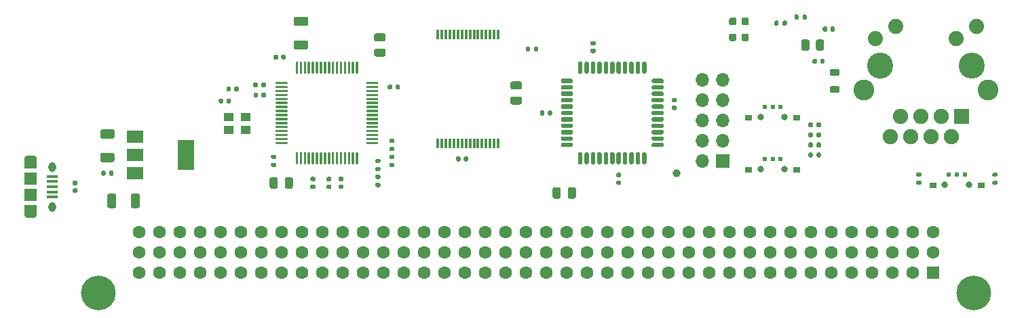
<source format=gbr>
%TF.GenerationSoftware,KiCad,Pcbnew,5.1.9+dfsg1-1~bpo10+1*%
%TF.CreationDate,2024-04-14T08:17:05+02:00*%
%TF.ProjectId,IIsiSEthernet,49497369-5345-4746-9865-726e65742e6b,rev?*%
%TF.SameCoordinates,Original*%
%TF.FileFunction,Soldermask,Top*%
%TF.FilePolarity,Negative*%
%FSLAX46Y46*%
G04 Gerber Fmt 4.6, Leading zero omitted, Abs format (unit mm)*
G04 Created by KiCad (PCBNEW 5.1.9+dfsg1-1~bpo10+1) date 2024-04-14 08:17:05*
%MOMM*%
%LPD*%
G01*
G04 APERTURE LIST*
%ADD10C,0.800000*%
%ADD11R,0.900000X0.700000*%
%ADD12R,0.600000X0.510000*%
%ADD13R,0.300000X1.300000*%
%ADD14C,1.000000*%
%ADD15O,1.550000X0.890000*%
%ADD16R,1.550000X1.200000*%
%ADD17R,1.550000X1.500000*%
%ADD18O,0.950000X1.250000*%
%ADD19R,1.350000X0.400000*%
%ADD20O,1.700000X1.700000*%
%ADD21R,1.700000X1.700000*%
%ADD22C,3.250000*%
%ADD23C,2.600000*%
%ADD24C,1.890000*%
%ADD25C,1.900000*%
%ADD26R,1.900000X1.900000*%
%ADD27R,1.300000X1.100000*%
%ADD28R,2.000000X1.500000*%
%ADD29R,2.000000X3.800000*%
%ADD30C,4.335000*%
%ADD31C,1.605000*%
%ADD32R,1.605000X1.605000*%
G04 APERTURE END LIST*
D10*
%TO.C,S3*%
X204500000Y-139000000D03*
X201500000Y-139000000D03*
D11*
X200000000Y-139075000D03*
X206000000Y-139075000D03*
D12*
X202000000Y-137720000D03*
X203000000Y-137720000D03*
X204000000Y-137720000D03*
%TD*%
D10*
%TO.C,S2*%
X181500000Y-130500000D03*
X178500000Y-130500000D03*
D11*
X177000000Y-130575000D03*
X183000000Y-130575000D03*
D12*
X179000000Y-129220000D03*
X180000000Y-129220000D03*
X181000000Y-129220000D03*
%TD*%
D10*
%TO.C,S1*%
X181500000Y-137000000D03*
X178500000Y-137000000D03*
D11*
X177000000Y-137075000D03*
X183000000Y-137075000D03*
D12*
X179000000Y-135720000D03*
X180000000Y-135720000D03*
X181000000Y-135720000D03*
%TD*%
%TO.C,R5*%
G36*
G01*
X207565000Y-138470000D02*
X207935000Y-138470000D01*
G75*
G02*
X208070000Y-138605000I0J-135000D01*
G01*
X208070000Y-138875000D01*
G75*
G02*
X207935000Y-139010000I-135000J0D01*
G01*
X207565000Y-139010000D01*
G75*
G02*
X207430000Y-138875000I0J135000D01*
G01*
X207430000Y-138605000D01*
G75*
G02*
X207565000Y-138470000I135000J0D01*
G01*
G37*
G36*
G01*
X207565000Y-137450000D02*
X207935000Y-137450000D01*
G75*
G02*
X208070000Y-137585000I0J-135000D01*
G01*
X208070000Y-137855000D01*
G75*
G02*
X207935000Y-137990000I-135000J0D01*
G01*
X207565000Y-137990000D01*
G75*
G02*
X207430000Y-137855000I0J135000D01*
G01*
X207430000Y-137585000D01*
G75*
G02*
X207565000Y-137450000I135000J0D01*
G01*
G37*
%TD*%
%TO.C,R4*%
G36*
G01*
X198065000Y-138470000D02*
X198435000Y-138470000D01*
G75*
G02*
X198570000Y-138605000I0J-135000D01*
G01*
X198570000Y-138875000D01*
G75*
G02*
X198435000Y-139010000I-135000J0D01*
G01*
X198065000Y-139010000D01*
G75*
G02*
X197930000Y-138875000I0J135000D01*
G01*
X197930000Y-138605000D01*
G75*
G02*
X198065000Y-138470000I135000J0D01*
G01*
G37*
G36*
G01*
X198065000Y-137450000D02*
X198435000Y-137450000D01*
G75*
G02*
X198570000Y-137585000I0J-135000D01*
G01*
X198570000Y-137855000D01*
G75*
G02*
X198435000Y-137990000I-135000J0D01*
G01*
X198065000Y-137990000D01*
G75*
G02*
X197930000Y-137855000I0J135000D01*
G01*
X197930000Y-137585000D01*
G75*
G02*
X198065000Y-137450000I135000J0D01*
G01*
G37*
%TD*%
D13*
%TO.C,IC1*%
X138250000Y-120150000D03*
X138750000Y-120150000D03*
X139250000Y-120150000D03*
X139750000Y-120150000D03*
X140250000Y-120150000D03*
X140750000Y-120150000D03*
X141250000Y-120150000D03*
X141750000Y-120150000D03*
X142250000Y-120150000D03*
X142750000Y-120150000D03*
X143250000Y-120150000D03*
X143750000Y-120150000D03*
X144250000Y-120150000D03*
X144750000Y-120150000D03*
X145250000Y-120150000D03*
X145750000Y-120150000D03*
X145750000Y-133850000D03*
X145250000Y-133850000D03*
X144750000Y-133850000D03*
X144250000Y-133850000D03*
X143750000Y-133850000D03*
X143250000Y-133850000D03*
X142750000Y-133850000D03*
X142250000Y-133850000D03*
X141750000Y-133850000D03*
X141250000Y-133850000D03*
X140750000Y-133850000D03*
X140250000Y-133850000D03*
X139750000Y-133850000D03*
X139250000Y-133850000D03*
X138750000Y-133850000D03*
X138250000Y-133850000D03*
%TD*%
D14*
%TO.C,TP1*%
X168000000Y-137500000D03*
%TD*%
%TO.C,C6*%
G36*
G01*
X92805000Y-139439404D02*
X93145000Y-139439404D01*
G75*
G02*
X93285000Y-139579404I0J-140000D01*
G01*
X93285000Y-139859404D01*
G75*
G02*
X93145000Y-139999404I-140000J0D01*
G01*
X92805000Y-139999404D01*
G75*
G02*
X92665000Y-139859404I0J140000D01*
G01*
X92665000Y-139579404D01*
G75*
G02*
X92805000Y-139439404I140000J0D01*
G01*
G37*
G36*
G01*
X92805000Y-138479404D02*
X93145000Y-138479404D01*
G75*
G02*
X93285000Y-138619404I0J-140000D01*
G01*
X93285000Y-138899404D01*
G75*
G02*
X93145000Y-139039404I-140000J0D01*
G01*
X92805000Y-139039404D01*
G75*
G02*
X92665000Y-138899404I0J140000D01*
G01*
X92665000Y-138619404D01*
G75*
G02*
X92805000Y-138479404I140000J0D01*
G01*
G37*
%TD*%
D15*
%TO.C,J3*%
X87425000Y-142739404D03*
X87425000Y-135739404D03*
D16*
X87425000Y-142139404D03*
X87425000Y-136339404D03*
D17*
X87425000Y-140239404D03*
X87425000Y-138239404D03*
D18*
X90125000Y-141739404D03*
X90125000Y-136739404D03*
D19*
X90125000Y-140539404D03*
X90125000Y-139889404D03*
X90125000Y-139239404D03*
X90125000Y-138589404D03*
X90125000Y-137939404D03*
%TD*%
%TO.C,C3*%
G36*
G01*
X118250000Y-138275000D02*
X118250000Y-139225000D01*
G75*
G02*
X118000000Y-139475000I-250000J0D01*
G01*
X117500000Y-139475000D01*
G75*
G02*
X117250000Y-139225000I0J250000D01*
G01*
X117250000Y-138275000D01*
G75*
G02*
X117500000Y-138025000I250000J0D01*
G01*
X118000000Y-138025000D01*
G75*
G02*
X118250000Y-138275000I0J-250000D01*
G01*
G37*
G36*
G01*
X120150000Y-138275000D02*
X120150000Y-139225000D01*
G75*
G02*
X119900000Y-139475000I-250000J0D01*
G01*
X119400000Y-139475000D01*
G75*
G02*
X119150000Y-139225000I0J250000D01*
G01*
X119150000Y-138275000D01*
G75*
G02*
X119400000Y-138025000I250000J0D01*
G01*
X119900000Y-138025000D01*
G75*
G02*
X120150000Y-138275000I0J-250000D01*
G01*
G37*
%TD*%
%TO.C,C30*%
G36*
G01*
X175475000Y-120290000D02*
X175475000Y-120790000D01*
G75*
G02*
X175250000Y-121015000I-225000J0D01*
G01*
X174800000Y-121015000D01*
G75*
G02*
X174575000Y-120790000I0J225000D01*
G01*
X174575000Y-120290000D01*
G75*
G02*
X174800000Y-120065000I225000J0D01*
G01*
X175250000Y-120065000D01*
G75*
G02*
X175475000Y-120290000I0J-225000D01*
G01*
G37*
G36*
G01*
X177025000Y-120290000D02*
X177025000Y-120790000D01*
G75*
G02*
X176800000Y-121015000I-225000J0D01*
G01*
X176350000Y-121015000D01*
G75*
G02*
X176125000Y-120790000I0J225000D01*
G01*
X176125000Y-120290000D01*
G75*
G02*
X176350000Y-120065000I225000J0D01*
G01*
X176800000Y-120065000D01*
G75*
G02*
X177025000Y-120290000I0J-225000D01*
G01*
G37*
%TD*%
%TO.C,C29*%
G36*
G01*
X175475000Y-118290000D02*
X175475000Y-118790000D01*
G75*
G02*
X175250000Y-119015000I-225000J0D01*
G01*
X174800000Y-119015000D01*
G75*
G02*
X174575000Y-118790000I0J225000D01*
G01*
X174575000Y-118290000D01*
G75*
G02*
X174800000Y-118065000I225000J0D01*
G01*
X175250000Y-118065000D01*
G75*
G02*
X175475000Y-118290000I0J-225000D01*
G01*
G37*
G36*
G01*
X177025000Y-118290000D02*
X177025000Y-118790000D01*
G75*
G02*
X176800000Y-119015000I-225000J0D01*
G01*
X176350000Y-119015000D01*
G75*
G02*
X176125000Y-118790000I0J225000D01*
G01*
X176125000Y-118290000D01*
G75*
G02*
X176350000Y-118065000I225000J0D01*
G01*
X176800000Y-118065000D01*
G75*
G02*
X177025000Y-118290000I0J-225000D01*
G01*
G37*
%TD*%
D20*
%TO.C,J7*%
X171210000Y-125840000D03*
X173750000Y-125840000D03*
X171210000Y-128380000D03*
X173750000Y-128380000D03*
X171210000Y-130920000D03*
X173750000Y-130920000D03*
X171210000Y-133460000D03*
X173750000Y-133460000D03*
X171210000Y-136000000D03*
D21*
X173750000Y-136000000D03*
%TD*%
%TO.C,R16*%
G36*
G01*
X180760000Y-118565000D02*
X180760000Y-118935000D01*
G75*
G02*
X180625000Y-119070000I-135000J0D01*
G01*
X180355000Y-119070000D01*
G75*
G02*
X180220000Y-118935000I0J135000D01*
G01*
X180220000Y-118565000D01*
G75*
G02*
X180355000Y-118430000I135000J0D01*
G01*
X180625000Y-118430000D01*
G75*
G02*
X180760000Y-118565000I0J-135000D01*
G01*
G37*
G36*
G01*
X181780000Y-118565000D02*
X181780000Y-118935000D01*
G75*
G02*
X181645000Y-119070000I-135000J0D01*
G01*
X181375000Y-119070000D01*
G75*
G02*
X181240000Y-118935000I0J135000D01*
G01*
X181240000Y-118565000D01*
G75*
G02*
X181375000Y-118430000I135000J0D01*
G01*
X181645000Y-118430000D01*
G75*
G02*
X181780000Y-118565000I0J-135000D01*
G01*
G37*
%TD*%
%TO.C,R15*%
G36*
G01*
X183260000Y-117815000D02*
X183260000Y-118185000D01*
G75*
G02*
X183125000Y-118320000I-135000J0D01*
G01*
X182855000Y-118320000D01*
G75*
G02*
X182720000Y-118185000I0J135000D01*
G01*
X182720000Y-117815000D01*
G75*
G02*
X182855000Y-117680000I135000J0D01*
G01*
X183125000Y-117680000D01*
G75*
G02*
X183260000Y-117815000I0J-135000D01*
G01*
G37*
G36*
G01*
X184280000Y-117815000D02*
X184280000Y-118185000D01*
G75*
G02*
X184145000Y-118320000I-135000J0D01*
G01*
X183875000Y-118320000D01*
G75*
G02*
X183740000Y-118185000I0J135000D01*
G01*
X183740000Y-117815000D01*
G75*
G02*
X183875000Y-117680000I135000J0D01*
G01*
X184145000Y-117680000D01*
G75*
G02*
X184280000Y-117815000I0J-135000D01*
G01*
G37*
%TD*%
D22*
%TO.C,J5*%
X193415893Y-124095893D03*
X204845893Y-124095893D03*
D23*
X191355893Y-127145893D03*
X206905893Y-127145893D03*
D24*
X205455893Y-119195893D03*
X202915893Y-120715893D03*
X195345893Y-119195893D03*
X192805893Y-120715893D03*
D25*
X194685893Y-132975893D03*
X195955893Y-130435893D03*
X197225893Y-132975893D03*
X198495893Y-130435893D03*
X199765893Y-132975893D03*
X201035893Y-130435893D03*
X202305893Y-132975893D03*
D26*
X203575893Y-130435893D03*
%TD*%
%TO.C,R13*%
G36*
G01*
X185490000Y-131685000D02*
X185490000Y-131315000D01*
G75*
G02*
X185625000Y-131180000I135000J0D01*
G01*
X185895000Y-131180000D01*
G75*
G02*
X186030000Y-131315000I0J-135000D01*
G01*
X186030000Y-131685000D01*
G75*
G02*
X185895000Y-131820000I-135000J0D01*
G01*
X185625000Y-131820000D01*
G75*
G02*
X185490000Y-131685000I0J135000D01*
G01*
G37*
G36*
G01*
X184470000Y-131685000D02*
X184470000Y-131315000D01*
G75*
G02*
X184605000Y-131180000I135000J0D01*
G01*
X184875000Y-131180000D01*
G75*
G02*
X185010000Y-131315000I0J-135000D01*
G01*
X185010000Y-131685000D01*
G75*
G02*
X184875000Y-131820000I-135000J0D01*
G01*
X184605000Y-131820000D01*
G75*
G02*
X184470000Y-131685000I0J135000D01*
G01*
G37*
%TD*%
%TO.C,R12*%
G36*
G01*
X185490000Y-132935000D02*
X185490000Y-132565000D01*
G75*
G02*
X185625000Y-132430000I135000J0D01*
G01*
X185895000Y-132430000D01*
G75*
G02*
X186030000Y-132565000I0J-135000D01*
G01*
X186030000Y-132935000D01*
G75*
G02*
X185895000Y-133070000I-135000J0D01*
G01*
X185625000Y-133070000D01*
G75*
G02*
X185490000Y-132935000I0J135000D01*
G01*
G37*
G36*
G01*
X184470000Y-132935000D02*
X184470000Y-132565000D01*
G75*
G02*
X184605000Y-132430000I135000J0D01*
G01*
X184875000Y-132430000D01*
G75*
G02*
X185010000Y-132565000I0J-135000D01*
G01*
X185010000Y-132935000D01*
G75*
G02*
X184875000Y-133070000I-135000J0D01*
G01*
X184605000Y-133070000D01*
G75*
G02*
X184470000Y-132935000I0J135000D01*
G01*
G37*
%TD*%
%TO.C,R11*%
G36*
G01*
X185490000Y-135435000D02*
X185490000Y-135065000D01*
G75*
G02*
X185625000Y-134930000I135000J0D01*
G01*
X185895000Y-134930000D01*
G75*
G02*
X186030000Y-135065000I0J-135000D01*
G01*
X186030000Y-135435000D01*
G75*
G02*
X185895000Y-135570000I-135000J0D01*
G01*
X185625000Y-135570000D01*
G75*
G02*
X185490000Y-135435000I0J135000D01*
G01*
G37*
G36*
G01*
X184470000Y-135435000D02*
X184470000Y-135065000D01*
G75*
G02*
X184605000Y-134930000I135000J0D01*
G01*
X184875000Y-134930000D01*
G75*
G02*
X185010000Y-135065000I0J-135000D01*
G01*
X185010000Y-135435000D01*
G75*
G02*
X184875000Y-135570000I-135000J0D01*
G01*
X184605000Y-135570000D01*
G75*
G02*
X184470000Y-135435000I0J135000D01*
G01*
G37*
%TD*%
%TO.C,R1*%
G36*
G01*
X185490000Y-134185000D02*
X185490000Y-133815000D01*
G75*
G02*
X185625000Y-133680000I135000J0D01*
G01*
X185895000Y-133680000D01*
G75*
G02*
X186030000Y-133815000I0J-135000D01*
G01*
X186030000Y-134185000D01*
G75*
G02*
X185895000Y-134320000I-135000J0D01*
G01*
X185625000Y-134320000D01*
G75*
G02*
X185490000Y-134185000I0J135000D01*
G01*
G37*
G36*
G01*
X184470000Y-134185000D02*
X184470000Y-133815000D01*
G75*
G02*
X184605000Y-133680000I135000J0D01*
G01*
X184875000Y-133680000D01*
G75*
G02*
X185010000Y-133815000I0J-135000D01*
G01*
X185010000Y-134185000D01*
G75*
G02*
X184875000Y-134320000I-135000J0D01*
G01*
X184605000Y-134320000D01*
G75*
G02*
X184470000Y-134185000I0J135000D01*
G01*
G37*
%TD*%
%TO.C,C8*%
G36*
G01*
X154450000Y-140475000D02*
X154450000Y-139525000D01*
G75*
G02*
X154700000Y-139275000I250000J0D01*
G01*
X155200000Y-139275000D01*
G75*
G02*
X155450000Y-139525000I0J-250000D01*
G01*
X155450000Y-140475000D01*
G75*
G02*
X155200000Y-140725000I-250000J0D01*
G01*
X154700000Y-140725000D01*
G75*
G02*
X154450000Y-140475000I0J250000D01*
G01*
G37*
G36*
G01*
X152550000Y-140475000D02*
X152550000Y-139525000D01*
G75*
G02*
X152800000Y-139275000I250000J0D01*
G01*
X153300000Y-139275000D01*
G75*
G02*
X153550000Y-139525000I0J-250000D01*
G01*
X153550000Y-140475000D01*
G75*
G02*
X153300000Y-140725000I-250000J0D01*
G01*
X152800000Y-140725000D01*
G75*
G02*
X152550000Y-140475000I0J250000D01*
G01*
G37*
%TD*%
%TO.C,C7*%
G36*
G01*
X148475000Y-127050000D02*
X147525000Y-127050000D01*
G75*
G02*
X147275000Y-126800000I0J250000D01*
G01*
X147275000Y-126300000D01*
G75*
G02*
X147525000Y-126050000I250000J0D01*
G01*
X148475000Y-126050000D01*
G75*
G02*
X148725000Y-126300000I0J-250000D01*
G01*
X148725000Y-126800000D01*
G75*
G02*
X148475000Y-127050000I-250000J0D01*
G01*
G37*
G36*
G01*
X148475000Y-128950000D02*
X147525000Y-128950000D01*
G75*
G02*
X147275000Y-128700000I0J250000D01*
G01*
X147275000Y-128200000D01*
G75*
G02*
X147525000Y-127950000I250000J0D01*
G01*
X148475000Y-127950000D01*
G75*
G02*
X148725000Y-128200000I0J-250000D01*
G01*
X148725000Y-128700000D01*
G75*
G02*
X148475000Y-128950000I-250000J0D01*
G01*
G37*
%TD*%
%TO.C,C28*%
G36*
G01*
X131475000Y-121050000D02*
X130525000Y-121050000D01*
G75*
G02*
X130275000Y-120800000I0J250000D01*
G01*
X130275000Y-120300000D01*
G75*
G02*
X130525000Y-120050000I250000J0D01*
G01*
X131475000Y-120050000D01*
G75*
G02*
X131725000Y-120300000I0J-250000D01*
G01*
X131725000Y-120800000D01*
G75*
G02*
X131475000Y-121050000I-250000J0D01*
G01*
G37*
G36*
G01*
X131475000Y-122950000D02*
X130525000Y-122950000D01*
G75*
G02*
X130275000Y-122700000I0J250000D01*
G01*
X130275000Y-122200000D01*
G75*
G02*
X130525000Y-121950000I250000J0D01*
G01*
X131475000Y-121950000D01*
G75*
G02*
X131725000Y-122200000I0J-250000D01*
G01*
X131725000Y-122700000D01*
G75*
G02*
X131475000Y-122950000I-250000J0D01*
G01*
G37*
%TD*%
%TO.C,C17*%
G36*
G01*
X121800001Y-119100000D02*
X120499999Y-119100000D01*
G75*
G02*
X120250000Y-118850001I0J249999D01*
G01*
X120250000Y-118199999D01*
G75*
G02*
X120499999Y-117950000I249999J0D01*
G01*
X121800001Y-117950000D01*
G75*
G02*
X122050000Y-118199999I0J-249999D01*
G01*
X122050000Y-118850001D01*
G75*
G02*
X121800001Y-119100000I-249999J0D01*
G01*
G37*
G36*
G01*
X121800001Y-122050000D02*
X120499999Y-122050000D01*
G75*
G02*
X120250000Y-121800001I0J249999D01*
G01*
X120250000Y-121149999D01*
G75*
G02*
X120499999Y-120900000I249999J0D01*
G01*
X121800001Y-120900000D01*
G75*
G02*
X122050000Y-121149999I0J-249999D01*
G01*
X122050000Y-121800001D01*
G75*
G02*
X121800001Y-122050000I-249999J0D01*
G01*
G37*
%TD*%
%TO.C,C4*%
G36*
G01*
X98119000Y-140349999D02*
X98119000Y-141650001D01*
G75*
G02*
X97869001Y-141900000I-249999J0D01*
G01*
X97218999Y-141900000D01*
G75*
G02*
X96969000Y-141650001I0J249999D01*
G01*
X96969000Y-140349999D01*
G75*
G02*
X97218999Y-140100000I249999J0D01*
G01*
X97869001Y-140100000D01*
G75*
G02*
X98119000Y-140349999I0J-249999D01*
G01*
G37*
G36*
G01*
X101069000Y-140349999D02*
X101069000Y-141650001D01*
G75*
G02*
X100819001Y-141900000I-249999J0D01*
G01*
X100168999Y-141900000D01*
G75*
G02*
X99919000Y-141650001I0J249999D01*
G01*
X99919000Y-140349999D01*
G75*
G02*
X100168999Y-140100000I249999J0D01*
G01*
X100819001Y-140100000D01*
G75*
G02*
X101069000Y-140349999I0J-249999D01*
G01*
G37*
%TD*%
%TO.C,C21*%
G36*
G01*
X97650001Y-133200000D02*
X96349999Y-133200000D01*
G75*
G02*
X96100000Y-132950001I0J249999D01*
G01*
X96100000Y-132299999D01*
G75*
G02*
X96349999Y-132050000I249999J0D01*
G01*
X97650001Y-132050000D01*
G75*
G02*
X97900000Y-132299999I0J-249999D01*
G01*
X97900000Y-132950001D01*
G75*
G02*
X97650001Y-133200000I-249999J0D01*
G01*
G37*
G36*
G01*
X97650001Y-136150000D02*
X96349999Y-136150000D01*
G75*
G02*
X96100000Y-135900001I0J249999D01*
G01*
X96100000Y-135249999D01*
G75*
G02*
X96349999Y-135000000I249999J0D01*
G01*
X97650001Y-135000000D01*
G75*
G02*
X97900000Y-135249999I0J-249999D01*
G01*
X97900000Y-135900001D01*
G75*
G02*
X97650001Y-136150000I-249999J0D01*
G01*
G37*
%TD*%
%TO.C,C5*%
G36*
G01*
X141070000Y-135580000D02*
X141070000Y-135920000D01*
G75*
G02*
X140930000Y-136060000I-140000J0D01*
G01*
X140650000Y-136060000D01*
G75*
G02*
X140510000Y-135920000I0J140000D01*
G01*
X140510000Y-135580000D01*
G75*
G02*
X140650000Y-135440000I140000J0D01*
G01*
X140930000Y-135440000D01*
G75*
G02*
X141070000Y-135580000I0J-140000D01*
G01*
G37*
G36*
G01*
X142030000Y-135580000D02*
X142030000Y-135920000D01*
G75*
G02*
X141890000Y-136060000I-140000J0D01*
G01*
X141610000Y-136060000D01*
G75*
G02*
X141470000Y-135920000I0J140000D01*
G01*
X141470000Y-135580000D01*
G75*
G02*
X141610000Y-135440000I140000J0D01*
G01*
X141890000Y-135440000D01*
G75*
G02*
X142030000Y-135580000I0J-140000D01*
G01*
G37*
%TD*%
%TO.C,C2*%
G36*
G01*
X160630000Y-138450000D02*
X160970000Y-138450000D01*
G75*
G02*
X161110000Y-138590000I0J-140000D01*
G01*
X161110000Y-138870000D01*
G75*
G02*
X160970000Y-139010000I-140000J0D01*
G01*
X160630000Y-139010000D01*
G75*
G02*
X160490000Y-138870000I0J140000D01*
G01*
X160490000Y-138590000D01*
G75*
G02*
X160630000Y-138450000I140000J0D01*
G01*
G37*
G36*
G01*
X160630000Y-137490000D02*
X160970000Y-137490000D01*
G75*
G02*
X161110000Y-137630000I0J-140000D01*
G01*
X161110000Y-137910000D01*
G75*
G02*
X160970000Y-138050000I-140000J0D01*
G01*
X160630000Y-138050000D01*
G75*
G02*
X160490000Y-137910000I0J140000D01*
G01*
X160490000Y-137630000D01*
G75*
G02*
X160630000Y-137490000I140000J0D01*
G01*
G37*
%TD*%
%TO.C,U2*%
G36*
G01*
X165062500Y-125725000D02*
X166262500Y-125725000D01*
G75*
G02*
X166400000Y-125862500I0J-137500D01*
G01*
X166400000Y-126137500D01*
G75*
G02*
X166262500Y-126275000I-137500J0D01*
G01*
X165062500Y-126275000D01*
G75*
G02*
X164925000Y-126137500I0J137500D01*
G01*
X164925000Y-125862500D01*
G75*
G02*
X165062500Y-125725000I137500J0D01*
G01*
G37*
G36*
G01*
X165062500Y-126525000D02*
X166262500Y-126525000D01*
G75*
G02*
X166400000Y-126662500I0J-137500D01*
G01*
X166400000Y-126937500D01*
G75*
G02*
X166262500Y-127075000I-137500J0D01*
G01*
X165062500Y-127075000D01*
G75*
G02*
X164925000Y-126937500I0J137500D01*
G01*
X164925000Y-126662500D01*
G75*
G02*
X165062500Y-126525000I137500J0D01*
G01*
G37*
G36*
G01*
X165062500Y-127325000D02*
X166262500Y-127325000D01*
G75*
G02*
X166400000Y-127462500I0J-137500D01*
G01*
X166400000Y-127737500D01*
G75*
G02*
X166262500Y-127875000I-137500J0D01*
G01*
X165062500Y-127875000D01*
G75*
G02*
X164925000Y-127737500I0J137500D01*
G01*
X164925000Y-127462500D01*
G75*
G02*
X165062500Y-127325000I137500J0D01*
G01*
G37*
G36*
G01*
X165062500Y-128125000D02*
X166262500Y-128125000D01*
G75*
G02*
X166400000Y-128262500I0J-137500D01*
G01*
X166400000Y-128537500D01*
G75*
G02*
X166262500Y-128675000I-137500J0D01*
G01*
X165062500Y-128675000D01*
G75*
G02*
X164925000Y-128537500I0J137500D01*
G01*
X164925000Y-128262500D01*
G75*
G02*
X165062500Y-128125000I137500J0D01*
G01*
G37*
G36*
G01*
X165062500Y-128925000D02*
X166262500Y-128925000D01*
G75*
G02*
X166400000Y-129062500I0J-137500D01*
G01*
X166400000Y-129337500D01*
G75*
G02*
X166262500Y-129475000I-137500J0D01*
G01*
X165062500Y-129475000D01*
G75*
G02*
X164925000Y-129337500I0J137500D01*
G01*
X164925000Y-129062500D01*
G75*
G02*
X165062500Y-128925000I137500J0D01*
G01*
G37*
G36*
G01*
X165062500Y-129725000D02*
X166262500Y-129725000D01*
G75*
G02*
X166400000Y-129862500I0J-137500D01*
G01*
X166400000Y-130137500D01*
G75*
G02*
X166262500Y-130275000I-137500J0D01*
G01*
X165062500Y-130275000D01*
G75*
G02*
X164925000Y-130137500I0J137500D01*
G01*
X164925000Y-129862500D01*
G75*
G02*
X165062500Y-129725000I137500J0D01*
G01*
G37*
G36*
G01*
X165062500Y-130525000D02*
X166262500Y-130525000D01*
G75*
G02*
X166400000Y-130662500I0J-137500D01*
G01*
X166400000Y-130937500D01*
G75*
G02*
X166262500Y-131075000I-137500J0D01*
G01*
X165062500Y-131075000D01*
G75*
G02*
X164925000Y-130937500I0J137500D01*
G01*
X164925000Y-130662500D01*
G75*
G02*
X165062500Y-130525000I137500J0D01*
G01*
G37*
G36*
G01*
X165062500Y-131325000D02*
X166262500Y-131325000D01*
G75*
G02*
X166400000Y-131462500I0J-137500D01*
G01*
X166400000Y-131737500D01*
G75*
G02*
X166262500Y-131875000I-137500J0D01*
G01*
X165062500Y-131875000D01*
G75*
G02*
X164925000Y-131737500I0J137500D01*
G01*
X164925000Y-131462500D01*
G75*
G02*
X165062500Y-131325000I137500J0D01*
G01*
G37*
G36*
G01*
X165062500Y-132125000D02*
X166262500Y-132125000D01*
G75*
G02*
X166400000Y-132262500I0J-137500D01*
G01*
X166400000Y-132537500D01*
G75*
G02*
X166262500Y-132675000I-137500J0D01*
G01*
X165062500Y-132675000D01*
G75*
G02*
X164925000Y-132537500I0J137500D01*
G01*
X164925000Y-132262500D01*
G75*
G02*
X165062500Y-132125000I137500J0D01*
G01*
G37*
G36*
G01*
X165062500Y-132925000D02*
X166262500Y-132925000D01*
G75*
G02*
X166400000Y-133062500I0J-137500D01*
G01*
X166400000Y-133337500D01*
G75*
G02*
X166262500Y-133475000I-137500J0D01*
G01*
X165062500Y-133475000D01*
G75*
G02*
X164925000Y-133337500I0J137500D01*
G01*
X164925000Y-133062500D01*
G75*
G02*
X165062500Y-132925000I137500J0D01*
G01*
G37*
G36*
G01*
X165062500Y-133725000D02*
X166262500Y-133725000D01*
G75*
G02*
X166400000Y-133862500I0J-137500D01*
G01*
X166400000Y-134137500D01*
G75*
G02*
X166262500Y-134275000I-137500J0D01*
G01*
X165062500Y-134275000D01*
G75*
G02*
X164925000Y-134137500I0J137500D01*
G01*
X164925000Y-133862500D01*
G75*
G02*
X165062500Y-133725000I137500J0D01*
G01*
G37*
G36*
G01*
X163862500Y-134925000D02*
X164137500Y-134925000D01*
G75*
G02*
X164275000Y-135062500I0J-137500D01*
G01*
X164275000Y-136262500D01*
G75*
G02*
X164137500Y-136400000I-137500J0D01*
G01*
X163862500Y-136400000D01*
G75*
G02*
X163725000Y-136262500I0J137500D01*
G01*
X163725000Y-135062500D01*
G75*
G02*
X163862500Y-134925000I137500J0D01*
G01*
G37*
G36*
G01*
X163062500Y-134925000D02*
X163337500Y-134925000D01*
G75*
G02*
X163475000Y-135062500I0J-137500D01*
G01*
X163475000Y-136262500D01*
G75*
G02*
X163337500Y-136400000I-137500J0D01*
G01*
X163062500Y-136400000D01*
G75*
G02*
X162925000Y-136262500I0J137500D01*
G01*
X162925000Y-135062500D01*
G75*
G02*
X163062500Y-134925000I137500J0D01*
G01*
G37*
G36*
G01*
X162262500Y-134925000D02*
X162537500Y-134925000D01*
G75*
G02*
X162675000Y-135062500I0J-137500D01*
G01*
X162675000Y-136262500D01*
G75*
G02*
X162537500Y-136400000I-137500J0D01*
G01*
X162262500Y-136400000D01*
G75*
G02*
X162125000Y-136262500I0J137500D01*
G01*
X162125000Y-135062500D01*
G75*
G02*
X162262500Y-134925000I137500J0D01*
G01*
G37*
G36*
G01*
X161462500Y-134925000D02*
X161737500Y-134925000D01*
G75*
G02*
X161875000Y-135062500I0J-137500D01*
G01*
X161875000Y-136262500D01*
G75*
G02*
X161737500Y-136400000I-137500J0D01*
G01*
X161462500Y-136400000D01*
G75*
G02*
X161325000Y-136262500I0J137500D01*
G01*
X161325000Y-135062500D01*
G75*
G02*
X161462500Y-134925000I137500J0D01*
G01*
G37*
G36*
G01*
X160662500Y-134925000D02*
X160937500Y-134925000D01*
G75*
G02*
X161075000Y-135062500I0J-137500D01*
G01*
X161075000Y-136262500D01*
G75*
G02*
X160937500Y-136400000I-137500J0D01*
G01*
X160662500Y-136400000D01*
G75*
G02*
X160525000Y-136262500I0J137500D01*
G01*
X160525000Y-135062500D01*
G75*
G02*
X160662500Y-134925000I137500J0D01*
G01*
G37*
G36*
G01*
X159862500Y-134925000D02*
X160137500Y-134925000D01*
G75*
G02*
X160275000Y-135062500I0J-137500D01*
G01*
X160275000Y-136262500D01*
G75*
G02*
X160137500Y-136400000I-137500J0D01*
G01*
X159862500Y-136400000D01*
G75*
G02*
X159725000Y-136262500I0J137500D01*
G01*
X159725000Y-135062500D01*
G75*
G02*
X159862500Y-134925000I137500J0D01*
G01*
G37*
G36*
G01*
X159062500Y-134925000D02*
X159337500Y-134925000D01*
G75*
G02*
X159475000Y-135062500I0J-137500D01*
G01*
X159475000Y-136262500D01*
G75*
G02*
X159337500Y-136400000I-137500J0D01*
G01*
X159062500Y-136400000D01*
G75*
G02*
X158925000Y-136262500I0J137500D01*
G01*
X158925000Y-135062500D01*
G75*
G02*
X159062500Y-134925000I137500J0D01*
G01*
G37*
G36*
G01*
X158262500Y-134925000D02*
X158537500Y-134925000D01*
G75*
G02*
X158675000Y-135062500I0J-137500D01*
G01*
X158675000Y-136262500D01*
G75*
G02*
X158537500Y-136400000I-137500J0D01*
G01*
X158262500Y-136400000D01*
G75*
G02*
X158125000Y-136262500I0J137500D01*
G01*
X158125000Y-135062500D01*
G75*
G02*
X158262500Y-134925000I137500J0D01*
G01*
G37*
G36*
G01*
X157462500Y-134925000D02*
X157737500Y-134925000D01*
G75*
G02*
X157875000Y-135062500I0J-137500D01*
G01*
X157875000Y-136262500D01*
G75*
G02*
X157737500Y-136400000I-137500J0D01*
G01*
X157462500Y-136400000D01*
G75*
G02*
X157325000Y-136262500I0J137500D01*
G01*
X157325000Y-135062500D01*
G75*
G02*
X157462500Y-134925000I137500J0D01*
G01*
G37*
G36*
G01*
X156662500Y-134925000D02*
X156937500Y-134925000D01*
G75*
G02*
X157075000Y-135062500I0J-137500D01*
G01*
X157075000Y-136262500D01*
G75*
G02*
X156937500Y-136400000I-137500J0D01*
G01*
X156662500Y-136400000D01*
G75*
G02*
X156525000Y-136262500I0J137500D01*
G01*
X156525000Y-135062500D01*
G75*
G02*
X156662500Y-134925000I137500J0D01*
G01*
G37*
G36*
G01*
X155862500Y-134925000D02*
X156137500Y-134925000D01*
G75*
G02*
X156275000Y-135062500I0J-137500D01*
G01*
X156275000Y-136262500D01*
G75*
G02*
X156137500Y-136400000I-137500J0D01*
G01*
X155862500Y-136400000D01*
G75*
G02*
X155725000Y-136262500I0J137500D01*
G01*
X155725000Y-135062500D01*
G75*
G02*
X155862500Y-134925000I137500J0D01*
G01*
G37*
G36*
G01*
X153737500Y-133725000D02*
X154937500Y-133725000D01*
G75*
G02*
X155075000Y-133862500I0J-137500D01*
G01*
X155075000Y-134137500D01*
G75*
G02*
X154937500Y-134275000I-137500J0D01*
G01*
X153737500Y-134275000D01*
G75*
G02*
X153600000Y-134137500I0J137500D01*
G01*
X153600000Y-133862500D01*
G75*
G02*
X153737500Y-133725000I137500J0D01*
G01*
G37*
G36*
G01*
X153737500Y-132925000D02*
X154937500Y-132925000D01*
G75*
G02*
X155075000Y-133062500I0J-137500D01*
G01*
X155075000Y-133337500D01*
G75*
G02*
X154937500Y-133475000I-137500J0D01*
G01*
X153737500Y-133475000D01*
G75*
G02*
X153600000Y-133337500I0J137500D01*
G01*
X153600000Y-133062500D01*
G75*
G02*
X153737500Y-132925000I137500J0D01*
G01*
G37*
G36*
G01*
X153737500Y-132125000D02*
X154937500Y-132125000D01*
G75*
G02*
X155075000Y-132262500I0J-137500D01*
G01*
X155075000Y-132537500D01*
G75*
G02*
X154937500Y-132675000I-137500J0D01*
G01*
X153737500Y-132675000D01*
G75*
G02*
X153600000Y-132537500I0J137500D01*
G01*
X153600000Y-132262500D01*
G75*
G02*
X153737500Y-132125000I137500J0D01*
G01*
G37*
G36*
G01*
X153737500Y-131325000D02*
X154937500Y-131325000D01*
G75*
G02*
X155075000Y-131462500I0J-137500D01*
G01*
X155075000Y-131737500D01*
G75*
G02*
X154937500Y-131875000I-137500J0D01*
G01*
X153737500Y-131875000D01*
G75*
G02*
X153600000Y-131737500I0J137500D01*
G01*
X153600000Y-131462500D01*
G75*
G02*
X153737500Y-131325000I137500J0D01*
G01*
G37*
G36*
G01*
X153737500Y-130525000D02*
X154937500Y-130525000D01*
G75*
G02*
X155075000Y-130662500I0J-137500D01*
G01*
X155075000Y-130937500D01*
G75*
G02*
X154937500Y-131075000I-137500J0D01*
G01*
X153737500Y-131075000D01*
G75*
G02*
X153600000Y-130937500I0J137500D01*
G01*
X153600000Y-130662500D01*
G75*
G02*
X153737500Y-130525000I137500J0D01*
G01*
G37*
G36*
G01*
X153737500Y-129725000D02*
X154937500Y-129725000D01*
G75*
G02*
X155075000Y-129862500I0J-137500D01*
G01*
X155075000Y-130137500D01*
G75*
G02*
X154937500Y-130275000I-137500J0D01*
G01*
X153737500Y-130275000D01*
G75*
G02*
X153600000Y-130137500I0J137500D01*
G01*
X153600000Y-129862500D01*
G75*
G02*
X153737500Y-129725000I137500J0D01*
G01*
G37*
G36*
G01*
X153737500Y-128925000D02*
X154937500Y-128925000D01*
G75*
G02*
X155075000Y-129062500I0J-137500D01*
G01*
X155075000Y-129337500D01*
G75*
G02*
X154937500Y-129475000I-137500J0D01*
G01*
X153737500Y-129475000D01*
G75*
G02*
X153600000Y-129337500I0J137500D01*
G01*
X153600000Y-129062500D01*
G75*
G02*
X153737500Y-128925000I137500J0D01*
G01*
G37*
G36*
G01*
X153737500Y-128125000D02*
X154937500Y-128125000D01*
G75*
G02*
X155075000Y-128262500I0J-137500D01*
G01*
X155075000Y-128537500D01*
G75*
G02*
X154937500Y-128675000I-137500J0D01*
G01*
X153737500Y-128675000D01*
G75*
G02*
X153600000Y-128537500I0J137500D01*
G01*
X153600000Y-128262500D01*
G75*
G02*
X153737500Y-128125000I137500J0D01*
G01*
G37*
G36*
G01*
X153737500Y-127325000D02*
X154937500Y-127325000D01*
G75*
G02*
X155075000Y-127462500I0J-137500D01*
G01*
X155075000Y-127737500D01*
G75*
G02*
X154937500Y-127875000I-137500J0D01*
G01*
X153737500Y-127875000D01*
G75*
G02*
X153600000Y-127737500I0J137500D01*
G01*
X153600000Y-127462500D01*
G75*
G02*
X153737500Y-127325000I137500J0D01*
G01*
G37*
G36*
G01*
X153737500Y-126525000D02*
X154937500Y-126525000D01*
G75*
G02*
X155075000Y-126662500I0J-137500D01*
G01*
X155075000Y-126937500D01*
G75*
G02*
X154937500Y-127075000I-137500J0D01*
G01*
X153737500Y-127075000D01*
G75*
G02*
X153600000Y-126937500I0J137500D01*
G01*
X153600000Y-126662500D01*
G75*
G02*
X153737500Y-126525000I137500J0D01*
G01*
G37*
G36*
G01*
X153737500Y-125725000D02*
X154937500Y-125725000D01*
G75*
G02*
X155075000Y-125862500I0J-137500D01*
G01*
X155075000Y-126137500D01*
G75*
G02*
X154937500Y-126275000I-137500J0D01*
G01*
X153737500Y-126275000D01*
G75*
G02*
X153600000Y-126137500I0J137500D01*
G01*
X153600000Y-125862500D01*
G75*
G02*
X153737500Y-125725000I137500J0D01*
G01*
G37*
G36*
G01*
X155862500Y-123600000D02*
X156137500Y-123600000D01*
G75*
G02*
X156275000Y-123737500I0J-137500D01*
G01*
X156275000Y-124937500D01*
G75*
G02*
X156137500Y-125075000I-137500J0D01*
G01*
X155862500Y-125075000D01*
G75*
G02*
X155725000Y-124937500I0J137500D01*
G01*
X155725000Y-123737500D01*
G75*
G02*
X155862500Y-123600000I137500J0D01*
G01*
G37*
G36*
G01*
X156662500Y-123600000D02*
X156937500Y-123600000D01*
G75*
G02*
X157075000Y-123737500I0J-137500D01*
G01*
X157075000Y-124937500D01*
G75*
G02*
X156937500Y-125075000I-137500J0D01*
G01*
X156662500Y-125075000D01*
G75*
G02*
X156525000Y-124937500I0J137500D01*
G01*
X156525000Y-123737500D01*
G75*
G02*
X156662500Y-123600000I137500J0D01*
G01*
G37*
G36*
G01*
X157462500Y-123600000D02*
X157737500Y-123600000D01*
G75*
G02*
X157875000Y-123737500I0J-137500D01*
G01*
X157875000Y-124937500D01*
G75*
G02*
X157737500Y-125075000I-137500J0D01*
G01*
X157462500Y-125075000D01*
G75*
G02*
X157325000Y-124937500I0J137500D01*
G01*
X157325000Y-123737500D01*
G75*
G02*
X157462500Y-123600000I137500J0D01*
G01*
G37*
G36*
G01*
X158262500Y-123600000D02*
X158537500Y-123600000D01*
G75*
G02*
X158675000Y-123737500I0J-137500D01*
G01*
X158675000Y-124937500D01*
G75*
G02*
X158537500Y-125075000I-137500J0D01*
G01*
X158262500Y-125075000D01*
G75*
G02*
X158125000Y-124937500I0J137500D01*
G01*
X158125000Y-123737500D01*
G75*
G02*
X158262500Y-123600000I137500J0D01*
G01*
G37*
G36*
G01*
X159062500Y-123600000D02*
X159337500Y-123600000D01*
G75*
G02*
X159475000Y-123737500I0J-137500D01*
G01*
X159475000Y-124937500D01*
G75*
G02*
X159337500Y-125075000I-137500J0D01*
G01*
X159062500Y-125075000D01*
G75*
G02*
X158925000Y-124937500I0J137500D01*
G01*
X158925000Y-123737500D01*
G75*
G02*
X159062500Y-123600000I137500J0D01*
G01*
G37*
G36*
G01*
X159862500Y-123600000D02*
X160137500Y-123600000D01*
G75*
G02*
X160275000Y-123737500I0J-137500D01*
G01*
X160275000Y-124937500D01*
G75*
G02*
X160137500Y-125075000I-137500J0D01*
G01*
X159862500Y-125075000D01*
G75*
G02*
X159725000Y-124937500I0J137500D01*
G01*
X159725000Y-123737500D01*
G75*
G02*
X159862500Y-123600000I137500J0D01*
G01*
G37*
G36*
G01*
X160662500Y-123600000D02*
X160937500Y-123600000D01*
G75*
G02*
X161075000Y-123737500I0J-137500D01*
G01*
X161075000Y-124937500D01*
G75*
G02*
X160937500Y-125075000I-137500J0D01*
G01*
X160662500Y-125075000D01*
G75*
G02*
X160525000Y-124937500I0J137500D01*
G01*
X160525000Y-123737500D01*
G75*
G02*
X160662500Y-123600000I137500J0D01*
G01*
G37*
G36*
G01*
X161462500Y-123600000D02*
X161737500Y-123600000D01*
G75*
G02*
X161875000Y-123737500I0J-137500D01*
G01*
X161875000Y-124937500D01*
G75*
G02*
X161737500Y-125075000I-137500J0D01*
G01*
X161462500Y-125075000D01*
G75*
G02*
X161325000Y-124937500I0J137500D01*
G01*
X161325000Y-123737500D01*
G75*
G02*
X161462500Y-123600000I137500J0D01*
G01*
G37*
G36*
G01*
X162262500Y-123600000D02*
X162537500Y-123600000D01*
G75*
G02*
X162675000Y-123737500I0J-137500D01*
G01*
X162675000Y-124937500D01*
G75*
G02*
X162537500Y-125075000I-137500J0D01*
G01*
X162262500Y-125075000D01*
G75*
G02*
X162125000Y-124937500I0J137500D01*
G01*
X162125000Y-123737500D01*
G75*
G02*
X162262500Y-123600000I137500J0D01*
G01*
G37*
G36*
G01*
X163062500Y-123600000D02*
X163337500Y-123600000D01*
G75*
G02*
X163475000Y-123737500I0J-137500D01*
G01*
X163475000Y-124937500D01*
G75*
G02*
X163337500Y-125075000I-137500J0D01*
G01*
X163062500Y-125075000D01*
G75*
G02*
X162925000Y-124937500I0J137500D01*
G01*
X162925000Y-123737500D01*
G75*
G02*
X163062500Y-123600000I137500J0D01*
G01*
G37*
G36*
G01*
X163862500Y-123600000D02*
X164137500Y-123600000D01*
G75*
G02*
X164275000Y-123737500I0J-137500D01*
G01*
X164275000Y-124937500D01*
G75*
G02*
X164137500Y-125075000I-137500J0D01*
G01*
X163862500Y-125075000D01*
G75*
G02*
X163725000Y-124937500I0J137500D01*
G01*
X163725000Y-123737500D01*
G75*
G02*
X163862500Y-123600000I137500J0D01*
G01*
G37*
%TD*%
%TO.C,U3*%
G36*
G01*
X120500000Y-125000000D02*
X120500000Y-123675000D01*
G75*
G02*
X120575000Y-123600000I75000J0D01*
G01*
X120725000Y-123600000D01*
G75*
G02*
X120800000Y-123675000I0J-75000D01*
G01*
X120800000Y-125000000D01*
G75*
G02*
X120725000Y-125075000I-75000J0D01*
G01*
X120575000Y-125075000D01*
G75*
G02*
X120500000Y-125000000I0J75000D01*
G01*
G37*
G36*
G01*
X121000000Y-125000000D02*
X121000000Y-123675000D01*
G75*
G02*
X121075000Y-123600000I75000J0D01*
G01*
X121225000Y-123600000D01*
G75*
G02*
X121300000Y-123675000I0J-75000D01*
G01*
X121300000Y-125000000D01*
G75*
G02*
X121225000Y-125075000I-75000J0D01*
G01*
X121075000Y-125075000D01*
G75*
G02*
X121000000Y-125000000I0J75000D01*
G01*
G37*
G36*
G01*
X121500000Y-125000000D02*
X121500000Y-123675000D01*
G75*
G02*
X121575000Y-123600000I75000J0D01*
G01*
X121725000Y-123600000D01*
G75*
G02*
X121800000Y-123675000I0J-75000D01*
G01*
X121800000Y-125000000D01*
G75*
G02*
X121725000Y-125075000I-75000J0D01*
G01*
X121575000Y-125075000D01*
G75*
G02*
X121500000Y-125000000I0J75000D01*
G01*
G37*
G36*
G01*
X122000000Y-125000000D02*
X122000000Y-123675000D01*
G75*
G02*
X122075000Y-123600000I75000J0D01*
G01*
X122225000Y-123600000D01*
G75*
G02*
X122300000Y-123675000I0J-75000D01*
G01*
X122300000Y-125000000D01*
G75*
G02*
X122225000Y-125075000I-75000J0D01*
G01*
X122075000Y-125075000D01*
G75*
G02*
X122000000Y-125000000I0J75000D01*
G01*
G37*
G36*
G01*
X122500000Y-125000000D02*
X122500000Y-123675000D01*
G75*
G02*
X122575000Y-123600000I75000J0D01*
G01*
X122725000Y-123600000D01*
G75*
G02*
X122800000Y-123675000I0J-75000D01*
G01*
X122800000Y-125000000D01*
G75*
G02*
X122725000Y-125075000I-75000J0D01*
G01*
X122575000Y-125075000D01*
G75*
G02*
X122500000Y-125000000I0J75000D01*
G01*
G37*
G36*
G01*
X123000000Y-125000000D02*
X123000000Y-123675000D01*
G75*
G02*
X123075000Y-123600000I75000J0D01*
G01*
X123225000Y-123600000D01*
G75*
G02*
X123300000Y-123675000I0J-75000D01*
G01*
X123300000Y-125000000D01*
G75*
G02*
X123225000Y-125075000I-75000J0D01*
G01*
X123075000Y-125075000D01*
G75*
G02*
X123000000Y-125000000I0J75000D01*
G01*
G37*
G36*
G01*
X123500000Y-125000000D02*
X123500000Y-123675000D01*
G75*
G02*
X123575000Y-123600000I75000J0D01*
G01*
X123725000Y-123600000D01*
G75*
G02*
X123800000Y-123675000I0J-75000D01*
G01*
X123800000Y-125000000D01*
G75*
G02*
X123725000Y-125075000I-75000J0D01*
G01*
X123575000Y-125075000D01*
G75*
G02*
X123500000Y-125000000I0J75000D01*
G01*
G37*
G36*
G01*
X124000000Y-125000000D02*
X124000000Y-123675000D01*
G75*
G02*
X124075000Y-123600000I75000J0D01*
G01*
X124225000Y-123600000D01*
G75*
G02*
X124300000Y-123675000I0J-75000D01*
G01*
X124300000Y-125000000D01*
G75*
G02*
X124225000Y-125075000I-75000J0D01*
G01*
X124075000Y-125075000D01*
G75*
G02*
X124000000Y-125000000I0J75000D01*
G01*
G37*
G36*
G01*
X124500000Y-125000000D02*
X124500000Y-123675000D01*
G75*
G02*
X124575000Y-123600000I75000J0D01*
G01*
X124725000Y-123600000D01*
G75*
G02*
X124800000Y-123675000I0J-75000D01*
G01*
X124800000Y-125000000D01*
G75*
G02*
X124725000Y-125075000I-75000J0D01*
G01*
X124575000Y-125075000D01*
G75*
G02*
X124500000Y-125000000I0J75000D01*
G01*
G37*
G36*
G01*
X125000000Y-125000000D02*
X125000000Y-123675000D01*
G75*
G02*
X125075000Y-123600000I75000J0D01*
G01*
X125225000Y-123600000D01*
G75*
G02*
X125300000Y-123675000I0J-75000D01*
G01*
X125300000Y-125000000D01*
G75*
G02*
X125225000Y-125075000I-75000J0D01*
G01*
X125075000Y-125075000D01*
G75*
G02*
X125000000Y-125000000I0J75000D01*
G01*
G37*
G36*
G01*
X125500000Y-125000000D02*
X125500000Y-123675000D01*
G75*
G02*
X125575000Y-123600000I75000J0D01*
G01*
X125725000Y-123600000D01*
G75*
G02*
X125800000Y-123675000I0J-75000D01*
G01*
X125800000Y-125000000D01*
G75*
G02*
X125725000Y-125075000I-75000J0D01*
G01*
X125575000Y-125075000D01*
G75*
G02*
X125500000Y-125000000I0J75000D01*
G01*
G37*
G36*
G01*
X126000000Y-125000000D02*
X126000000Y-123675000D01*
G75*
G02*
X126075000Y-123600000I75000J0D01*
G01*
X126225000Y-123600000D01*
G75*
G02*
X126300000Y-123675000I0J-75000D01*
G01*
X126300000Y-125000000D01*
G75*
G02*
X126225000Y-125075000I-75000J0D01*
G01*
X126075000Y-125075000D01*
G75*
G02*
X126000000Y-125000000I0J75000D01*
G01*
G37*
G36*
G01*
X126500000Y-125000000D02*
X126500000Y-123675000D01*
G75*
G02*
X126575000Y-123600000I75000J0D01*
G01*
X126725000Y-123600000D01*
G75*
G02*
X126800000Y-123675000I0J-75000D01*
G01*
X126800000Y-125000000D01*
G75*
G02*
X126725000Y-125075000I-75000J0D01*
G01*
X126575000Y-125075000D01*
G75*
G02*
X126500000Y-125000000I0J75000D01*
G01*
G37*
G36*
G01*
X127000000Y-125000000D02*
X127000000Y-123675000D01*
G75*
G02*
X127075000Y-123600000I75000J0D01*
G01*
X127225000Y-123600000D01*
G75*
G02*
X127300000Y-123675000I0J-75000D01*
G01*
X127300000Y-125000000D01*
G75*
G02*
X127225000Y-125075000I-75000J0D01*
G01*
X127075000Y-125075000D01*
G75*
G02*
X127000000Y-125000000I0J75000D01*
G01*
G37*
G36*
G01*
X127500000Y-125000000D02*
X127500000Y-123675000D01*
G75*
G02*
X127575000Y-123600000I75000J0D01*
G01*
X127725000Y-123600000D01*
G75*
G02*
X127800000Y-123675000I0J-75000D01*
G01*
X127800000Y-125000000D01*
G75*
G02*
X127725000Y-125075000I-75000J0D01*
G01*
X127575000Y-125075000D01*
G75*
G02*
X127500000Y-125000000I0J75000D01*
G01*
G37*
G36*
G01*
X128000000Y-125000000D02*
X128000000Y-123675000D01*
G75*
G02*
X128075000Y-123600000I75000J0D01*
G01*
X128225000Y-123600000D01*
G75*
G02*
X128300000Y-123675000I0J-75000D01*
G01*
X128300000Y-125000000D01*
G75*
G02*
X128225000Y-125075000I-75000J0D01*
G01*
X128075000Y-125075000D01*
G75*
G02*
X128000000Y-125000000I0J75000D01*
G01*
G37*
G36*
G01*
X129325000Y-126325000D02*
X129325000Y-126175000D01*
G75*
G02*
X129400000Y-126100000I75000J0D01*
G01*
X130725000Y-126100000D01*
G75*
G02*
X130800000Y-126175000I0J-75000D01*
G01*
X130800000Y-126325000D01*
G75*
G02*
X130725000Y-126400000I-75000J0D01*
G01*
X129400000Y-126400000D01*
G75*
G02*
X129325000Y-126325000I0J75000D01*
G01*
G37*
G36*
G01*
X129325000Y-126825000D02*
X129325000Y-126675000D01*
G75*
G02*
X129400000Y-126600000I75000J0D01*
G01*
X130725000Y-126600000D01*
G75*
G02*
X130800000Y-126675000I0J-75000D01*
G01*
X130800000Y-126825000D01*
G75*
G02*
X130725000Y-126900000I-75000J0D01*
G01*
X129400000Y-126900000D01*
G75*
G02*
X129325000Y-126825000I0J75000D01*
G01*
G37*
G36*
G01*
X129325000Y-127325000D02*
X129325000Y-127175000D01*
G75*
G02*
X129400000Y-127100000I75000J0D01*
G01*
X130725000Y-127100000D01*
G75*
G02*
X130800000Y-127175000I0J-75000D01*
G01*
X130800000Y-127325000D01*
G75*
G02*
X130725000Y-127400000I-75000J0D01*
G01*
X129400000Y-127400000D01*
G75*
G02*
X129325000Y-127325000I0J75000D01*
G01*
G37*
G36*
G01*
X129325000Y-127825000D02*
X129325000Y-127675000D01*
G75*
G02*
X129400000Y-127600000I75000J0D01*
G01*
X130725000Y-127600000D01*
G75*
G02*
X130800000Y-127675000I0J-75000D01*
G01*
X130800000Y-127825000D01*
G75*
G02*
X130725000Y-127900000I-75000J0D01*
G01*
X129400000Y-127900000D01*
G75*
G02*
X129325000Y-127825000I0J75000D01*
G01*
G37*
G36*
G01*
X129325000Y-128325000D02*
X129325000Y-128175000D01*
G75*
G02*
X129400000Y-128100000I75000J0D01*
G01*
X130725000Y-128100000D01*
G75*
G02*
X130800000Y-128175000I0J-75000D01*
G01*
X130800000Y-128325000D01*
G75*
G02*
X130725000Y-128400000I-75000J0D01*
G01*
X129400000Y-128400000D01*
G75*
G02*
X129325000Y-128325000I0J75000D01*
G01*
G37*
G36*
G01*
X129325000Y-128825000D02*
X129325000Y-128675000D01*
G75*
G02*
X129400000Y-128600000I75000J0D01*
G01*
X130725000Y-128600000D01*
G75*
G02*
X130800000Y-128675000I0J-75000D01*
G01*
X130800000Y-128825000D01*
G75*
G02*
X130725000Y-128900000I-75000J0D01*
G01*
X129400000Y-128900000D01*
G75*
G02*
X129325000Y-128825000I0J75000D01*
G01*
G37*
G36*
G01*
X129325000Y-129325000D02*
X129325000Y-129175000D01*
G75*
G02*
X129400000Y-129100000I75000J0D01*
G01*
X130725000Y-129100000D01*
G75*
G02*
X130800000Y-129175000I0J-75000D01*
G01*
X130800000Y-129325000D01*
G75*
G02*
X130725000Y-129400000I-75000J0D01*
G01*
X129400000Y-129400000D01*
G75*
G02*
X129325000Y-129325000I0J75000D01*
G01*
G37*
G36*
G01*
X129325000Y-129825000D02*
X129325000Y-129675000D01*
G75*
G02*
X129400000Y-129600000I75000J0D01*
G01*
X130725000Y-129600000D01*
G75*
G02*
X130800000Y-129675000I0J-75000D01*
G01*
X130800000Y-129825000D01*
G75*
G02*
X130725000Y-129900000I-75000J0D01*
G01*
X129400000Y-129900000D01*
G75*
G02*
X129325000Y-129825000I0J75000D01*
G01*
G37*
G36*
G01*
X129325000Y-130325000D02*
X129325000Y-130175000D01*
G75*
G02*
X129400000Y-130100000I75000J0D01*
G01*
X130725000Y-130100000D01*
G75*
G02*
X130800000Y-130175000I0J-75000D01*
G01*
X130800000Y-130325000D01*
G75*
G02*
X130725000Y-130400000I-75000J0D01*
G01*
X129400000Y-130400000D01*
G75*
G02*
X129325000Y-130325000I0J75000D01*
G01*
G37*
G36*
G01*
X129325000Y-130825000D02*
X129325000Y-130675000D01*
G75*
G02*
X129400000Y-130600000I75000J0D01*
G01*
X130725000Y-130600000D01*
G75*
G02*
X130800000Y-130675000I0J-75000D01*
G01*
X130800000Y-130825000D01*
G75*
G02*
X130725000Y-130900000I-75000J0D01*
G01*
X129400000Y-130900000D01*
G75*
G02*
X129325000Y-130825000I0J75000D01*
G01*
G37*
G36*
G01*
X129325000Y-131325000D02*
X129325000Y-131175000D01*
G75*
G02*
X129400000Y-131100000I75000J0D01*
G01*
X130725000Y-131100000D01*
G75*
G02*
X130800000Y-131175000I0J-75000D01*
G01*
X130800000Y-131325000D01*
G75*
G02*
X130725000Y-131400000I-75000J0D01*
G01*
X129400000Y-131400000D01*
G75*
G02*
X129325000Y-131325000I0J75000D01*
G01*
G37*
G36*
G01*
X129325000Y-131825000D02*
X129325000Y-131675000D01*
G75*
G02*
X129400000Y-131600000I75000J0D01*
G01*
X130725000Y-131600000D01*
G75*
G02*
X130800000Y-131675000I0J-75000D01*
G01*
X130800000Y-131825000D01*
G75*
G02*
X130725000Y-131900000I-75000J0D01*
G01*
X129400000Y-131900000D01*
G75*
G02*
X129325000Y-131825000I0J75000D01*
G01*
G37*
G36*
G01*
X129325000Y-132325000D02*
X129325000Y-132175000D01*
G75*
G02*
X129400000Y-132100000I75000J0D01*
G01*
X130725000Y-132100000D01*
G75*
G02*
X130800000Y-132175000I0J-75000D01*
G01*
X130800000Y-132325000D01*
G75*
G02*
X130725000Y-132400000I-75000J0D01*
G01*
X129400000Y-132400000D01*
G75*
G02*
X129325000Y-132325000I0J75000D01*
G01*
G37*
G36*
G01*
X129325000Y-132825000D02*
X129325000Y-132675000D01*
G75*
G02*
X129400000Y-132600000I75000J0D01*
G01*
X130725000Y-132600000D01*
G75*
G02*
X130800000Y-132675000I0J-75000D01*
G01*
X130800000Y-132825000D01*
G75*
G02*
X130725000Y-132900000I-75000J0D01*
G01*
X129400000Y-132900000D01*
G75*
G02*
X129325000Y-132825000I0J75000D01*
G01*
G37*
G36*
G01*
X129325000Y-133325000D02*
X129325000Y-133175000D01*
G75*
G02*
X129400000Y-133100000I75000J0D01*
G01*
X130725000Y-133100000D01*
G75*
G02*
X130800000Y-133175000I0J-75000D01*
G01*
X130800000Y-133325000D01*
G75*
G02*
X130725000Y-133400000I-75000J0D01*
G01*
X129400000Y-133400000D01*
G75*
G02*
X129325000Y-133325000I0J75000D01*
G01*
G37*
G36*
G01*
X129325000Y-133825000D02*
X129325000Y-133675000D01*
G75*
G02*
X129400000Y-133600000I75000J0D01*
G01*
X130725000Y-133600000D01*
G75*
G02*
X130800000Y-133675000I0J-75000D01*
G01*
X130800000Y-133825000D01*
G75*
G02*
X130725000Y-133900000I-75000J0D01*
G01*
X129400000Y-133900000D01*
G75*
G02*
X129325000Y-133825000I0J75000D01*
G01*
G37*
G36*
G01*
X128000000Y-136325000D02*
X128000000Y-135000000D01*
G75*
G02*
X128075000Y-134925000I75000J0D01*
G01*
X128225000Y-134925000D01*
G75*
G02*
X128300000Y-135000000I0J-75000D01*
G01*
X128300000Y-136325000D01*
G75*
G02*
X128225000Y-136400000I-75000J0D01*
G01*
X128075000Y-136400000D01*
G75*
G02*
X128000000Y-136325000I0J75000D01*
G01*
G37*
G36*
G01*
X127500000Y-136325000D02*
X127500000Y-135000000D01*
G75*
G02*
X127575000Y-134925000I75000J0D01*
G01*
X127725000Y-134925000D01*
G75*
G02*
X127800000Y-135000000I0J-75000D01*
G01*
X127800000Y-136325000D01*
G75*
G02*
X127725000Y-136400000I-75000J0D01*
G01*
X127575000Y-136400000D01*
G75*
G02*
X127500000Y-136325000I0J75000D01*
G01*
G37*
G36*
G01*
X127000000Y-136325000D02*
X127000000Y-135000000D01*
G75*
G02*
X127075000Y-134925000I75000J0D01*
G01*
X127225000Y-134925000D01*
G75*
G02*
X127300000Y-135000000I0J-75000D01*
G01*
X127300000Y-136325000D01*
G75*
G02*
X127225000Y-136400000I-75000J0D01*
G01*
X127075000Y-136400000D01*
G75*
G02*
X127000000Y-136325000I0J75000D01*
G01*
G37*
G36*
G01*
X126500000Y-136325000D02*
X126500000Y-135000000D01*
G75*
G02*
X126575000Y-134925000I75000J0D01*
G01*
X126725000Y-134925000D01*
G75*
G02*
X126800000Y-135000000I0J-75000D01*
G01*
X126800000Y-136325000D01*
G75*
G02*
X126725000Y-136400000I-75000J0D01*
G01*
X126575000Y-136400000D01*
G75*
G02*
X126500000Y-136325000I0J75000D01*
G01*
G37*
G36*
G01*
X126000000Y-136325000D02*
X126000000Y-135000000D01*
G75*
G02*
X126075000Y-134925000I75000J0D01*
G01*
X126225000Y-134925000D01*
G75*
G02*
X126300000Y-135000000I0J-75000D01*
G01*
X126300000Y-136325000D01*
G75*
G02*
X126225000Y-136400000I-75000J0D01*
G01*
X126075000Y-136400000D01*
G75*
G02*
X126000000Y-136325000I0J75000D01*
G01*
G37*
G36*
G01*
X125500000Y-136325000D02*
X125500000Y-135000000D01*
G75*
G02*
X125575000Y-134925000I75000J0D01*
G01*
X125725000Y-134925000D01*
G75*
G02*
X125800000Y-135000000I0J-75000D01*
G01*
X125800000Y-136325000D01*
G75*
G02*
X125725000Y-136400000I-75000J0D01*
G01*
X125575000Y-136400000D01*
G75*
G02*
X125500000Y-136325000I0J75000D01*
G01*
G37*
G36*
G01*
X125000000Y-136325000D02*
X125000000Y-135000000D01*
G75*
G02*
X125075000Y-134925000I75000J0D01*
G01*
X125225000Y-134925000D01*
G75*
G02*
X125300000Y-135000000I0J-75000D01*
G01*
X125300000Y-136325000D01*
G75*
G02*
X125225000Y-136400000I-75000J0D01*
G01*
X125075000Y-136400000D01*
G75*
G02*
X125000000Y-136325000I0J75000D01*
G01*
G37*
G36*
G01*
X124500000Y-136325000D02*
X124500000Y-135000000D01*
G75*
G02*
X124575000Y-134925000I75000J0D01*
G01*
X124725000Y-134925000D01*
G75*
G02*
X124800000Y-135000000I0J-75000D01*
G01*
X124800000Y-136325000D01*
G75*
G02*
X124725000Y-136400000I-75000J0D01*
G01*
X124575000Y-136400000D01*
G75*
G02*
X124500000Y-136325000I0J75000D01*
G01*
G37*
G36*
G01*
X124000000Y-136325000D02*
X124000000Y-135000000D01*
G75*
G02*
X124075000Y-134925000I75000J0D01*
G01*
X124225000Y-134925000D01*
G75*
G02*
X124300000Y-135000000I0J-75000D01*
G01*
X124300000Y-136325000D01*
G75*
G02*
X124225000Y-136400000I-75000J0D01*
G01*
X124075000Y-136400000D01*
G75*
G02*
X124000000Y-136325000I0J75000D01*
G01*
G37*
G36*
G01*
X123500000Y-136325000D02*
X123500000Y-135000000D01*
G75*
G02*
X123575000Y-134925000I75000J0D01*
G01*
X123725000Y-134925000D01*
G75*
G02*
X123800000Y-135000000I0J-75000D01*
G01*
X123800000Y-136325000D01*
G75*
G02*
X123725000Y-136400000I-75000J0D01*
G01*
X123575000Y-136400000D01*
G75*
G02*
X123500000Y-136325000I0J75000D01*
G01*
G37*
G36*
G01*
X123000000Y-136325000D02*
X123000000Y-135000000D01*
G75*
G02*
X123075000Y-134925000I75000J0D01*
G01*
X123225000Y-134925000D01*
G75*
G02*
X123300000Y-135000000I0J-75000D01*
G01*
X123300000Y-136325000D01*
G75*
G02*
X123225000Y-136400000I-75000J0D01*
G01*
X123075000Y-136400000D01*
G75*
G02*
X123000000Y-136325000I0J75000D01*
G01*
G37*
G36*
G01*
X122500000Y-136325000D02*
X122500000Y-135000000D01*
G75*
G02*
X122575000Y-134925000I75000J0D01*
G01*
X122725000Y-134925000D01*
G75*
G02*
X122800000Y-135000000I0J-75000D01*
G01*
X122800000Y-136325000D01*
G75*
G02*
X122725000Y-136400000I-75000J0D01*
G01*
X122575000Y-136400000D01*
G75*
G02*
X122500000Y-136325000I0J75000D01*
G01*
G37*
G36*
G01*
X122000000Y-136325000D02*
X122000000Y-135000000D01*
G75*
G02*
X122075000Y-134925000I75000J0D01*
G01*
X122225000Y-134925000D01*
G75*
G02*
X122300000Y-135000000I0J-75000D01*
G01*
X122300000Y-136325000D01*
G75*
G02*
X122225000Y-136400000I-75000J0D01*
G01*
X122075000Y-136400000D01*
G75*
G02*
X122000000Y-136325000I0J75000D01*
G01*
G37*
G36*
G01*
X121500000Y-136325000D02*
X121500000Y-135000000D01*
G75*
G02*
X121575000Y-134925000I75000J0D01*
G01*
X121725000Y-134925000D01*
G75*
G02*
X121800000Y-135000000I0J-75000D01*
G01*
X121800000Y-136325000D01*
G75*
G02*
X121725000Y-136400000I-75000J0D01*
G01*
X121575000Y-136400000D01*
G75*
G02*
X121500000Y-136325000I0J75000D01*
G01*
G37*
G36*
G01*
X121000000Y-136325000D02*
X121000000Y-135000000D01*
G75*
G02*
X121075000Y-134925000I75000J0D01*
G01*
X121225000Y-134925000D01*
G75*
G02*
X121300000Y-135000000I0J-75000D01*
G01*
X121300000Y-136325000D01*
G75*
G02*
X121225000Y-136400000I-75000J0D01*
G01*
X121075000Y-136400000D01*
G75*
G02*
X121000000Y-136325000I0J75000D01*
G01*
G37*
G36*
G01*
X120500000Y-136325000D02*
X120500000Y-135000000D01*
G75*
G02*
X120575000Y-134925000I75000J0D01*
G01*
X120725000Y-134925000D01*
G75*
G02*
X120800000Y-135000000I0J-75000D01*
G01*
X120800000Y-136325000D01*
G75*
G02*
X120725000Y-136400000I-75000J0D01*
G01*
X120575000Y-136400000D01*
G75*
G02*
X120500000Y-136325000I0J75000D01*
G01*
G37*
G36*
G01*
X118000000Y-133825000D02*
X118000000Y-133675000D01*
G75*
G02*
X118075000Y-133600000I75000J0D01*
G01*
X119400000Y-133600000D01*
G75*
G02*
X119475000Y-133675000I0J-75000D01*
G01*
X119475000Y-133825000D01*
G75*
G02*
X119400000Y-133900000I-75000J0D01*
G01*
X118075000Y-133900000D01*
G75*
G02*
X118000000Y-133825000I0J75000D01*
G01*
G37*
G36*
G01*
X118000000Y-133325000D02*
X118000000Y-133175000D01*
G75*
G02*
X118075000Y-133100000I75000J0D01*
G01*
X119400000Y-133100000D01*
G75*
G02*
X119475000Y-133175000I0J-75000D01*
G01*
X119475000Y-133325000D01*
G75*
G02*
X119400000Y-133400000I-75000J0D01*
G01*
X118075000Y-133400000D01*
G75*
G02*
X118000000Y-133325000I0J75000D01*
G01*
G37*
G36*
G01*
X118000000Y-132825000D02*
X118000000Y-132675000D01*
G75*
G02*
X118075000Y-132600000I75000J0D01*
G01*
X119400000Y-132600000D01*
G75*
G02*
X119475000Y-132675000I0J-75000D01*
G01*
X119475000Y-132825000D01*
G75*
G02*
X119400000Y-132900000I-75000J0D01*
G01*
X118075000Y-132900000D01*
G75*
G02*
X118000000Y-132825000I0J75000D01*
G01*
G37*
G36*
G01*
X118000000Y-132325000D02*
X118000000Y-132175000D01*
G75*
G02*
X118075000Y-132100000I75000J0D01*
G01*
X119400000Y-132100000D01*
G75*
G02*
X119475000Y-132175000I0J-75000D01*
G01*
X119475000Y-132325000D01*
G75*
G02*
X119400000Y-132400000I-75000J0D01*
G01*
X118075000Y-132400000D01*
G75*
G02*
X118000000Y-132325000I0J75000D01*
G01*
G37*
G36*
G01*
X118000000Y-131825000D02*
X118000000Y-131675000D01*
G75*
G02*
X118075000Y-131600000I75000J0D01*
G01*
X119400000Y-131600000D01*
G75*
G02*
X119475000Y-131675000I0J-75000D01*
G01*
X119475000Y-131825000D01*
G75*
G02*
X119400000Y-131900000I-75000J0D01*
G01*
X118075000Y-131900000D01*
G75*
G02*
X118000000Y-131825000I0J75000D01*
G01*
G37*
G36*
G01*
X118000000Y-131325000D02*
X118000000Y-131175000D01*
G75*
G02*
X118075000Y-131100000I75000J0D01*
G01*
X119400000Y-131100000D01*
G75*
G02*
X119475000Y-131175000I0J-75000D01*
G01*
X119475000Y-131325000D01*
G75*
G02*
X119400000Y-131400000I-75000J0D01*
G01*
X118075000Y-131400000D01*
G75*
G02*
X118000000Y-131325000I0J75000D01*
G01*
G37*
G36*
G01*
X118000000Y-130825000D02*
X118000000Y-130675000D01*
G75*
G02*
X118075000Y-130600000I75000J0D01*
G01*
X119400000Y-130600000D01*
G75*
G02*
X119475000Y-130675000I0J-75000D01*
G01*
X119475000Y-130825000D01*
G75*
G02*
X119400000Y-130900000I-75000J0D01*
G01*
X118075000Y-130900000D01*
G75*
G02*
X118000000Y-130825000I0J75000D01*
G01*
G37*
G36*
G01*
X118000000Y-130325000D02*
X118000000Y-130175000D01*
G75*
G02*
X118075000Y-130100000I75000J0D01*
G01*
X119400000Y-130100000D01*
G75*
G02*
X119475000Y-130175000I0J-75000D01*
G01*
X119475000Y-130325000D01*
G75*
G02*
X119400000Y-130400000I-75000J0D01*
G01*
X118075000Y-130400000D01*
G75*
G02*
X118000000Y-130325000I0J75000D01*
G01*
G37*
G36*
G01*
X118000000Y-129825000D02*
X118000000Y-129675000D01*
G75*
G02*
X118075000Y-129600000I75000J0D01*
G01*
X119400000Y-129600000D01*
G75*
G02*
X119475000Y-129675000I0J-75000D01*
G01*
X119475000Y-129825000D01*
G75*
G02*
X119400000Y-129900000I-75000J0D01*
G01*
X118075000Y-129900000D01*
G75*
G02*
X118000000Y-129825000I0J75000D01*
G01*
G37*
G36*
G01*
X118000000Y-129325000D02*
X118000000Y-129175000D01*
G75*
G02*
X118075000Y-129100000I75000J0D01*
G01*
X119400000Y-129100000D01*
G75*
G02*
X119475000Y-129175000I0J-75000D01*
G01*
X119475000Y-129325000D01*
G75*
G02*
X119400000Y-129400000I-75000J0D01*
G01*
X118075000Y-129400000D01*
G75*
G02*
X118000000Y-129325000I0J75000D01*
G01*
G37*
G36*
G01*
X118000000Y-128825000D02*
X118000000Y-128675000D01*
G75*
G02*
X118075000Y-128600000I75000J0D01*
G01*
X119400000Y-128600000D01*
G75*
G02*
X119475000Y-128675000I0J-75000D01*
G01*
X119475000Y-128825000D01*
G75*
G02*
X119400000Y-128900000I-75000J0D01*
G01*
X118075000Y-128900000D01*
G75*
G02*
X118000000Y-128825000I0J75000D01*
G01*
G37*
G36*
G01*
X118000000Y-128325000D02*
X118000000Y-128175000D01*
G75*
G02*
X118075000Y-128100000I75000J0D01*
G01*
X119400000Y-128100000D01*
G75*
G02*
X119475000Y-128175000I0J-75000D01*
G01*
X119475000Y-128325000D01*
G75*
G02*
X119400000Y-128400000I-75000J0D01*
G01*
X118075000Y-128400000D01*
G75*
G02*
X118000000Y-128325000I0J75000D01*
G01*
G37*
G36*
G01*
X118000000Y-127825000D02*
X118000000Y-127675000D01*
G75*
G02*
X118075000Y-127600000I75000J0D01*
G01*
X119400000Y-127600000D01*
G75*
G02*
X119475000Y-127675000I0J-75000D01*
G01*
X119475000Y-127825000D01*
G75*
G02*
X119400000Y-127900000I-75000J0D01*
G01*
X118075000Y-127900000D01*
G75*
G02*
X118000000Y-127825000I0J75000D01*
G01*
G37*
G36*
G01*
X118000000Y-127325000D02*
X118000000Y-127175000D01*
G75*
G02*
X118075000Y-127100000I75000J0D01*
G01*
X119400000Y-127100000D01*
G75*
G02*
X119475000Y-127175000I0J-75000D01*
G01*
X119475000Y-127325000D01*
G75*
G02*
X119400000Y-127400000I-75000J0D01*
G01*
X118075000Y-127400000D01*
G75*
G02*
X118000000Y-127325000I0J75000D01*
G01*
G37*
G36*
G01*
X118000000Y-126825000D02*
X118000000Y-126675000D01*
G75*
G02*
X118075000Y-126600000I75000J0D01*
G01*
X119400000Y-126600000D01*
G75*
G02*
X119475000Y-126675000I0J-75000D01*
G01*
X119475000Y-126825000D01*
G75*
G02*
X119400000Y-126900000I-75000J0D01*
G01*
X118075000Y-126900000D01*
G75*
G02*
X118000000Y-126825000I0J75000D01*
G01*
G37*
G36*
G01*
X118000000Y-126325000D02*
X118000000Y-126175000D01*
G75*
G02*
X118075000Y-126100000I75000J0D01*
G01*
X119400000Y-126100000D01*
G75*
G02*
X119475000Y-126175000I0J-75000D01*
G01*
X119475000Y-126325000D01*
G75*
G02*
X119400000Y-126400000I-75000J0D01*
G01*
X118075000Y-126400000D01*
G75*
G02*
X118000000Y-126325000I0J75000D01*
G01*
G37*
%TD*%
%TO.C,FB1*%
G36*
G01*
X188131250Y-125375000D02*
X187368750Y-125375000D01*
G75*
G02*
X187150000Y-125156250I0J218750D01*
G01*
X187150000Y-124718750D01*
G75*
G02*
X187368750Y-124500000I218750J0D01*
G01*
X188131250Y-124500000D01*
G75*
G02*
X188350000Y-124718750I0J-218750D01*
G01*
X188350000Y-125156250D01*
G75*
G02*
X188131250Y-125375000I-218750J0D01*
G01*
G37*
G36*
G01*
X188131250Y-127500000D02*
X187368750Y-127500000D01*
G75*
G02*
X187150000Y-127281250I0J218750D01*
G01*
X187150000Y-126843750D01*
G75*
G02*
X187368750Y-126625000I218750J0D01*
G01*
X188131250Y-126625000D01*
G75*
G02*
X188350000Y-126843750I0J-218750D01*
G01*
X188350000Y-127281250D01*
G75*
G02*
X188131250Y-127500000I-218750J0D01*
G01*
G37*
%TD*%
%TO.C,R2*%
G36*
G01*
X149750000Y-121815000D02*
X149750000Y-122185000D01*
G75*
G02*
X149615000Y-122320000I-135000J0D01*
G01*
X149345000Y-122320000D01*
G75*
G02*
X149210000Y-122185000I0J135000D01*
G01*
X149210000Y-121815000D01*
G75*
G02*
X149345000Y-121680000I135000J0D01*
G01*
X149615000Y-121680000D01*
G75*
G02*
X149750000Y-121815000I0J-135000D01*
G01*
G37*
G36*
G01*
X150770000Y-121815000D02*
X150770000Y-122185000D01*
G75*
G02*
X150635000Y-122320000I-135000J0D01*
G01*
X150365000Y-122320000D01*
G75*
G02*
X150230000Y-122185000I0J135000D01*
G01*
X150230000Y-121815000D01*
G75*
G02*
X150365000Y-121680000I135000J0D01*
G01*
X150635000Y-121680000D01*
G75*
G02*
X150770000Y-121815000I0J-135000D01*
G01*
G37*
%TD*%
%TO.C,C1*%
G36*
G01*
X118300000Y-122830000D02*
X118300000Y-123170000D01*
G75*
G02*
X118160000Y-123310000I-140000J0D01*
G01*
X117880000Y-123310000D01*
G75*
G02*
X117740000Y-123170000I0J140000D01*
G01*
X117740000Y-122830000D01*
G75*
G02*
X117880000Y-122690000I140000J0D01*
G01*
X118160000Y-122690000D01*
G75*
G02*
X118300000Y-122830000I0J-140000D01*
G01*
G37*
G36*
G01*
X119260000Y-122830000D02*
X119260000Y-123170000D01*
G75*
G02*
X119120000Y-123310000I-140000J0D01*
G01*
X118840000Y-123310000D01*
G75*
G02*
X118700000Y-123170000I0J140000D01*
G01*
X118700000Y-122830000D01*
G75*
G02*
X118840000Y-122690000I140000J0D01*
G01*
X119120000Y-122690000D01*
G75*
G02*
X119260000Y-122830000I0J-140000D01*
G01*
G37*
%TD*%
%TO.C,C34*%
G36*
G01*
X132950000Y-126920000D02*
X132950000Y-126580000D01*
G75*
G02*
X133090000Y-126440000I140000J0D01*
G01*
X133370000Y-126440000D01*
G75*
G02*
X133510000Y-126580000I0J-140000D01*
G01*
X133510000Y-126920000D01*
G75*
G02*
X133370000Y-127060000I-140000J0D01*
G01*
X133090000Y-127060000D01*
G75*
G02*
X132950000Y-126920000I0J140000D01*
G01*
G37*
G36*
G01*
X131990000Y-126920000D02*
X131990000Y-126580000D01*
G75*
G02*
X132130000Y-126440000I140000J0D01*
G01*
X132410000Y-126440000D01*
G75*
G02*
X132550000Y-126580000I0J-140000D01*
G01*
X132550000Y-126920000D01*
G75*
G02*
X132410000Y-127060000I-140000J0D01*
G01*
X132130000Y-127060000D01*
G75*
G02*
X131990000Y-126920000I0J140000D01*
G01*
G37*
%TD*%
%TO.C,C33*%
G36*
G01*
X151550000Y-129830000D02*
X151550000Y-130170000D01*
G75*
G02*
X151410000Y-130310000I-140000J0D01*
G01*
X151130000Y-130310000D01*
G75*
G02*
X150990000Y-130170000I0J140000D01*
G01*
X150990000Y-129830000D01*
G75*
G02*
X151130000Y-129690000I140000J0D01*
G01*
X151410000Y-129690000D01*
G75*
G02*
X151550000Y-129830000I0J-140000D01*
G01*
G37*
G36*
G01*
X152510000Y-129830000D02*
X152510000Y-130170000D01*
G75*
G02*
X152370000Y-130310000I-140000J0D01*
G01*
X152090000Y-130310000D01*
G75*
G02*
X151950000Y-130170000I0J140000D01*
G01*
X151950000Y-129830000D01*
G75*
G02*
X152090000Y-129690000I140000J0D01*
G01*
X152370000Y-129690000D01*
G75*
G02*
X152510000Y-129830000I0J-140000D01*
G01*
G37*
%TD*%
%TO.C,C32*%
G36*
G01*
X115800000Y-127580000D02*
X115800000Y-127920000D01*
G75*
G02*
X115660000Y-128060000I-140000J0D01*
G01*
X115380000Y-128060000D01*
G75*
G02*
X115240000Y-127920000I0J140000D01*
G01*
X115240000Y-127580000D01*
G75*
G02*
X115380000Y-127440000I140000J0D01*
G01*
X115660000Y-127440000D01*
G75*
G02*
X115800000Y-127580000I0J-140000D01*
G01*
G37*
G36*
G01*
X116760000Y-127580000D02*
X116760000Y-127920000D01*
G75*
G02*
X116620000Y-128060000I-140000J0D01*
G01*
X116340000Y-128060000D01*
G75*
G02*
X116200000Y-127920000I0J140000D01*
G01*
X116200000Y-127580000D01*
G75*
G02*
X116340000Y-127440000I140000J0D01*
G01*
X116620000Y-127440000D01*
G75*
G02*
X116760000Y-127580000I0J-140000D01*
G01*
G37*
%TD*%
%TO.C,R14*%
G36*
G01*
X185400000Y-121950002D02*
X185400000Y-121049998D01*
G75*
G02*
X185649998Y-120800000I249998J0D01*
G01*
X186175002Y-120800000D01*
G75*
G02*
X186425000Y-121049998I0J-249998D01*
G01*
X186425000Y-121950002D01*
G75*
G02*
X186175002Y-122200000I-249998J0D01*
G01*
X185649998Y-122200000D01*
G75*
G02*
X185400000Y-121950002I0J249998D01*
G01*
G37*
G36*
G01*
X183575000Y-121950002D02*
X183575000Y-121049998D01*
G75*
G02*
X183824998Y-120800000I249998J0D01*
G01*
X184350002Y-120800000D01*
G75*
G02*
X184600000Y-121049998I0J-249998D01*
G01*
X184600000Y-121950002D01*
G75*
G02*
X184350002Y-122200000I-249998J0D01*
G01*
X183824998Y-122200000D01*
G75*
G02*
X183575000Y-121950002I0J249998D01*
G01*
G37*
%TD*%
%TO.C,C31*%
G36*
G01*
X186820000Y-119330000D02*
X186820000Y-119670000D01*
G75*
G02*
X186680000Y-119810000I-140000J0D01*
G01*
X186400000Y-119810000D01*
G75*
G02*
X186260000Y-119670000I0J140000D01*
G01*
X186260000Y-119330000D01*
G75*
G02*
X186400000Y-119190000I140000J0D01*
G01*
X186680000Y-119190000D01*
G75*
G02*
X186820000Y-119330000I0J-140000D01*
G01*
G37*
G36*
G01*
X187780000Y-119330000D02*
X187780000Y-119670000D01*
G75*
G02*
X187640000Y-119810000I-140000J0D01*
G01*
X187360000Y-119810000D01*
G75*
G02*
X187220000Y-119670000I0J140000D01*
G01*
X187220000Y-119330000D01*
G75*
G02*
X187360000Y-119190000I140000J0D01*
G01*
X187640000Y-119190000D01*
G75*
G02*
X187780000Y-119330000I0J-140000D01*
G01*
G37*
%TD*%
%TO.C,C27*%
G36*
G01*
X157770000Y-121550000D02*
X157430000Y-121550000D01*
G75*
G02*
X157290000Y-121410000I0J140000D01*
G01*
X157290000Y-121130000D01*
G75*
G02*
X157430000Y-120990000I140000J0D01*
G01*
X157770000Y-120990000D01*
G75*
G02*
X157910000Y-121130000I0J-140000D01*
G01*
X157910000Y-121410000D01*
G75*
G02*
X157770000Y-121550000I-140000J0D01*
G01*
G37*
G36*
G01*
X157770000Y-122510000D02*
X157430000Y-122510000D01*
G75*
G02*
X157290000Y-122370000I0J140000D01*
G01*
X157290000Y-122090000D01*
G75*
G02*
X157430000Y-121950000I140000J0D01*
G01*
X157770000Y-121950000D01*
G75*
G02*
X157910000Y-122090000I0J-140000D01*
G01*
X157910000Y-122370000D01*
G75*
G02*
X157770000Y-122510000I-140000J0D01*
G01*
G37*
%TD*%
%TO.C,C26*%
G36*
G01*
X167580000Y-129080000D02*
X167920000Y-129080000D01*
G75*
G02*
X168060000Y-129220000I0J-140000D01*
G01*
X168060000Y-129500000D01*
G75*
G02*
X167920000Y-129640000I-140000J0D01*
G01*
X167580000Y-129640000D01*
G75*
G02*
X167440000Y-129500000I0J140000D01*
G01*
X167440000Y-129220000D01*
G75*
G02*
X167580000Y-129080000I140000J0D01*
G01*
G37*
G36*
G01*
X167580000Y-128120000D02*
X167920000Y-128120000D01*
G75*
G02*
X168060000Y-128260000I0J-140000D01*
G01*
X168060000Y-128540000D01*
G75*
G02*
X167920000Y-128680000I-140000J0D01*
G01*
X167580000Y-128680000D01*
G75*
G02*
X167440000Y-128540000I0J140000D01*
G01*
X167440000Y-128260000D01*
G75*
G02*
X167580000Y-128120000I140000J0D01*
G01*
G37*
%TD*%
%TO.C,C25*%
G36*
G01*
X125980000Y-138950000D02*
X126320000Y-138950000D01*
G75*
G02*
X126460000Y-139090000I0J-140000D01*
G01*
X126460000Y-139370000D01*
G75*
G02*
X126320000Y-139510000I-140000J0D01*
G01*
X125980000Y-139510000D01*
G75*
G02*
X125840000Y-139370000I0J140000D01*
G01*
X125840000Y-139090000D01*
G75*
G02*
X125980000Y-138950000I140000J0D01*
G01*
G37*
G36*
G01*
X125980000Y-137990000D02*
X126320000Y-137990000D01*
G75*
G02*
X126460000Y-138130000I0J-140000D01*
G01*
X126460000Y-138410000D01*
G75*
G02*
X126320000Y-138550000I-140000J0D01*
G01*
X125980000Y-138550000D01*
G75*
G02*
X125840000Y-138410000I0J140000D01*
G01*
X125840000Y-138130000D01*
G75*
G02*
X125980000Y-137990000I140000J0D01*
G01*
G37*
%TD*%
%TO.C,C24*%
G36*
G01*
X124480000Y-138950000D02*
X124820000Y-138950000D01*
G75*
G02*
X124960000Y-139090000I0J-140000D01*
G01*
X124960000Y-139370000D01*
G75*
G02*
X124820000Y-139510000I-140000J0D01*
G01*
X124480000Y-139510000D01*
G75*
G02*
X124340000Y-139370000I0J140000D01*
G01*
X124340000Y-139090000D01*
G75*
G02*
X124480000Y-138950000I140000J0D01*
G01*
G37*
G36*
G01*
X124480000Y-137990000D02*
X124820000Y-137990000D01*
G75*
G02*
X124960000Y-138130000I0J-140000D01*
G01*
X124960000Y-138410000D01*
G75*
G02*
X124820000Y-138550000I-140000J0D01*
G01*
X124480000Y-138550000D01*
G75*
G02*
X124340000Y-138410000I0J140000D01*
G01*
X124340000Y-138130000D01*
G75*
G02*
X124480000Y-137990000I140000J0D01*
G01*
G37*
%TD*%
%TO.C,C23*%
G36*
G01*
X122480000Y-138950000D02*
X122820000Y-138950000D01*
G75*
G02*
X122960000Y-139090000I0J-140000D01*
G01*
X122960000Y-139370000D01*
G75*
G02*
X122820000Y-139510000I-140000J0D01*
G01*
X122480000Y-139510000D01*
G75*
G02*
X122340000Y-139370000I0J140000D01*
G01*
X122340000Y-139090000D01*
G75*
G02*
X122480000Y-138950000I140000J0D01*
G01*
G37*
G36*
G01*
X122480000Y-137990000D02*
X122820000Y-137990000D01*
G75*
G02*
X122960000Y-138130000I0J-140000D01*
G01*
X122960000Y-138410000D01*
G75*
G02*
X122820000Y-138550000I-140000J0D01*
G01*
X122480000Y-138550000D01*
G75*
G02*
X122340000Y-138410000I0J140000D01*
G01*
X122340000Y-138130000D01*
G75*
G02*
X122480000Y-137990000I140000J0D01*
G01*
G37*
%TD*%
D27*
%TO.C,X2*%
X112150000Y-130490000D03*
X114250000Y-130490000D03*
X114250000Y-132140000D03*
X112150000Y-132140000D03*
%TD*%
D28*
%TO.C,U4*%
X100494000Y-132950000D03*
X100494000Y-137550000D03*
X100494000Y-135250000D03*
D29*
X106794000Y-135250000D03*
%TD*%
%TO.C,R10*%
G36*
G01*
X130565000Y-138740000D02*
X130935000Y-138740000D01*
G75*
G02*
X131070000Y-138875000I0J-135000D01*
G01*
X131070000Y-139145000D01*
G75*
G02*
X130935000Y-139280000I-135000J0D01*
G01*
X130565000Y-139280000D01*
G75*
G02*
X130430000Y-139145000I0J135000D01*
G01*
X130430000Y-138875000D01*
G75*
G02*
X130565000Y-138740000I135000J0D01*
G01*
G37*
G36*
G01*
X130565000Y-137720000D02*
X130935000Y-137720000D01*
G75*
G02*
X131070000Y-137855000I0J-135000D01*
G01*
X131070000Y-138125000D01*
G75*
G02*
X130935000Y-138260000I-135000J0D01*
G01*
X130565000Y-138260000D01*
G75*
G02*
X130430000Y-138125000I0J135000D01*
G01*
X130430000Y-137855000D01*
G75*
G02*
X130565000Y-137720000I135000J0D01*
G01*
G37*
%TD*%
%TO.C,R9*%
G36*
G01*
X130935000Y-136260000D02*
X130565000Y-136260000D01*
G75*
G02*
X130430000Y-136125000I0J135000D01*
G01*
X130430000Y-135855000D01*
G75*
G02*
X130565000Y-135720000I135000J0D01*
G01*
X130935000Y-135720000D01*
G75*
G02*
X131070000Y-135855000I0J-135000D01*
G01*
X131070000Y-136125000D01*
G75*
G02*
X130935000Y-136260000I-135000J0D01*
G01*
G37*
G36*
G01*
X130935000Y-137280000D02*
X130565000Y-137280000D01*
G75*
G02*
X130430000Y-137145000I0J135000D01*
G01*
X130430000Y-136875000D01*
G75*
G02*
X130565000Y-136740000I135000J0D01*
G01*
X130935000Y-136740000D01*
G75*
G02*
X131070000Y-136875000I0J-135000D01*
G01*
X131070000Y-137145000D01*
G75*
G02*
X130935000Y-137280000I-135000J0D01*
G01*
G37*
%TD*%
%TO.C,R8*%
G36*
G01*
X132685000Y-133760000D02*
X132315000Y-133760000D01*
G75*
G02*
X132180000Y-133625000I0J135000D01*
G01*
X132180000Y-133355000D01*
G75*
G02*
X132315000Y-133220000I135000J0D01*
G01*
X132685000Y-133220000D01*
G75*
G02*
X132820000Y-133355000I0J-135000D01*
G01*
X132820000Y-133625000D01*
G75*
G02*
X132685000Y-133760000I-135000J0D01*
G01*
G37*
G36*
G01*
X132685000Y-134780000D02*
X132315000Y-134780000D01*
G75*
G02*
X132180000Y-134645000I0J135000D01*
G01*
X132180000Y-134375000D01*
G75*
G02*
X132315000Y-134240000I135000J0D01*
G01*
X132685000Y-134240000D01*
G75*
G02*
X132820000Y-134375000I0J-135000D01*
G01*
X132820000Y-134645000D01*
G75*
G02*
X132685000Y-134780000I-135000J0D01*
G01*
G37*
%TD*%
%TO.C,R7*%
G36*
G01*
X132315000Y-136240000D02*
X132685000Y-136240000D01*
G75*
G02*
X132820000Y-136375000I0J-135000D01*
G01*
X132820000Y-136645000D01*
G75*
G02*
X132685000Y-136780000I-135000J0D01*
G01*
X132315000Y-136780000D01*
G75*
G02*
X132180000Y-136645000I0J135000D01*
G01*
X132180000Y-136375000D01*
G75*
G02*
X132315000Y-136240000I135000J0D01*
G01*
G37*
G36*
G01*
X132315000Y-135220000D02*
X132685000Y-135220000D01*
G75*
G02*
X132820000Y-135355000I0J-135000D01*
G01*
X132820000Y-135625000D01*
G75*
G02*
X132685000Y-135760000I-135000J0D01*
G01*
X132315000Y-135760000D01*
G75*
G02*
X132180000Y-135625000I0J135000D01*
G01*
X132180000Y-135355000D01*
G75*
G02*
X132315000Y-135220000I135000J0D01*
G01*
G37*
%TD*%
%TO.C,R6*%
G36*
G01*
X115760000Y-126315000D02*
X115760000Y-126685000D01*
G75*
G02*
X115625000Y-126820000I-135000J0D01*
G01*
X115355000Y-126820000D01*
G75*
G02*
X115220000Y-126685000I0J135000D01*
G01*
X115220000Y-126315000D01*
G75*
G02*
X115355000Y-126180000I135000J0D01*
G01*
X115625000Y-126180000D01*
G75*
G02*
X115760000Y-126315000I0J-135000D01*
G01*
G37*
G36*
G01*
X116780000Y-126315000D02*
X116780000Y-126685000D01*
G75*
G02*
X116645000Y-126820000I-135000J0D01*
G01*
X116375000Y-126820000D01*
G75*
G02*
X116240000Y-126685000I0J135000D01*
G01*
X116240000Y-126315000D01*
G75*
G02*
X116375000Y-126180000I135000J0D01*
G01*
X116645000Y-126180000D01*
G75*
G02*
X116780000Y-126315000I0J-135000D01*
G01*
G37*
%TD*%
%TO.C,R3*%
G36*
G01*
X117565000Y-136240000D02*
X117935000Y-136240000D01*
G75*
G02*
X118070000Y-136375000I0J-135000D01*
G01*
X118070000Y-136645000D01*
G75*
G02*
X117935000Y-136780000I-135000J0D01*
G01*
X117565000Y-136780000D01*
G75*
G02*
X117430000Y-136645000I0J135000D01*
G01*
X117430000Y-136375000D01*
G75*
G02*
X117565000Y-136240000I135000J0D01*
G01*
G37*
G36*
G01*
X117565000Y-135220000D02*
X117935000Y-135220000D01*
G75*
G02*
X118070000Y-135355000I0J-135000D01*
G01*
X118070000Y-135625000D01*
G75*
G02*
X117935000Y-135760000I-135000J0D01*
G01*
X117565000Y-135760000D01*
G75*
G02*
X117430000Y-135625000I0J135000D01*
G01*
X117430000Y-135355000D01*
G75*
G02*
X117565000Y-135220000I135000J0D01*
G01*
G37*
%TD*%
%TO.C,C22*%
G36*
G01*
X185950000Y-123700000D02*
X185950000Y-123360000D01*
G75*
G02*
X186090000Y-123220000I140000J0D01*
G01*
X186370000Y-123220000D01*
G75*
G02*
X186510000Y-123360000I0J-140000D01*
G01*
X186510000Y-123700000D01*
G75*
G02*
X186370000Y-123840000I-140000J0D01*
G01*
X186090000Y-123840000D01*
G75*
G02*
X185950000Y-123700000I0J140000D01*
G01*
G37*
G36*
G01*
X184990000Y-123700000D02*
X184990000Y-123360000D01*
G75*
G02*
X185130000Y-123220000I140000J0D01*
G01*
X185410000Y-123220000D01*
G75*
G02*
X185550000Y-123360000I0J-140000D01*
G01*
X185550000Y-123700000D01*
G75*
G02*
X185410000Y-123840000I-140000J0D01*
G01*
X185130000Y-123840000D01*
G75*
G02*
X184990000Y-123700000I0J140000D01*
G01*
G37*
%TD*%
%TO.C,C20*%
G36*
G01*
X96800000Y-137380000D02*
X96800000Y-137720000D01*
G75*
G02*
X96660000Y-137860000I-140000J0D01*
G01*
X96380000Y-137860000D01*
G75*
G02*
X96240000Y-137720000I0J140000D01*
G01*
X96240000Y-137380000D01*
G75*
G02*
X96380000Y-137240000I140000J0D01*
G01*
X96660000Y-137240000D01*
G75*
G02*
X96800000Y-137380000I0J-140000D01*
G01*
G37*
G36*
G01*
X97760000Y-137380000D02*
X97760000Y-137720000D01*
G75*
G02*
X97620000Y-137860000I-140000J0D01*
G01*
X97340000Y-137860000D01*
G75*
G02*
X97200000Y-137720000I0J140000D01*
G01*
X97200000Y-137380000D01*
G75*
G02*
X97340000Y-137240000I140000J0D01*
G01*
X97620000Y-137240000D01*
G75*
G02*
X97760000Y-137380000I0J-140000D01*
G01*
G37*
%TD*%
%TO.C,C19*%
G36*
G01*
X111470000Y-128330000D02*
X111470000Y-128670000D01*
G75*
G02*
X111330000Y-128810000I-140000J0D01*
G01*
X111050000Y-128810000D01*
G75*
G02*
X110910000Y-128670000I0J140000D01*
G01*
X110910000Y-128330000D01*
G75*
G02*
X111050000Y-128190000I140000J0D01*
G01*
X111330000Y-128190000D01*
G75*
G02*
X111470000Y-128330000I0J-140000D01*
G01*
G37*
G36*
G01*
X112430000Y-128330000D02*
X112430000Y-128670000D01*
G75*
G02*
X112290000Y-128810000I-140000J0D01*
G01*
X112010000Y-128810000D01*
G75*
G02*
X111870000Y-128670000I0J140000D01*
G01*
X111870000Y-128330000D01*
G75*
G02*
X112010000Y-128190000I140000J0D01*
G01*
X112290000Y-128190000D01*
G75*
G02*
X112430000Y-128330000I0J-140000D01*
G01*
G37*
%TD*%
%TO.C,C18*%
G36*
G01*
X112830000Y-127170000D02*
X112830000Y-126830000D01*
G75*
G02*
X112970000Y-126690000I140000J0D01*
G01*
X113250000Y-126690000D01*
G75*
G02*
X113390000Y-126830000I0J-140000D01*
G01*
X113390000Y-127170000D01*
G75*
G02*
X113250000Y-127310000I-140000J0D01*
G01*
X112970000Y-127310000D01*
G75*
G02*
X112830000Y-127170000I0J140000D01*
G01*
G37*
G36*
G01*
X111870000Y-127170000D02*
X111870000Y-126830000D01*
G75*
G02*
X112010000Y-126690000I140000J0D01*
G01*
X112290000Y-126690000D01*
G75*
G02*
X112430000Y-126830000I0J-140000D01*
G01*
X112430000Y-127170000D01*
G75*
G02*
X112290000Y-127310000I-140000J0D01*
G01*
X112010000Y-127310000D01*
G75*
G02*
X111870000Y-127170000I0J140000D01*
G01*
G37*
%TD*%
D30*
%TO.C,J1*%
X95860000Y-152540000D03*
X205080000Y-152540000D03*
D31*
X100940000Y-144920000D03*
X103480000Y-144920000D03*
X106020000Y-144920000D03*
X108560000Y-144920000D03*
X111100000Y-144920000D03*
X113640000Y-144920000D03*
X116180000Y-144920000D03*
X118720000Y-144920000D03*
X121260000Y-144920000D03*
X123800000Y-144920000D03*
X126340000Y-144920000D03*
X128880000Y-144920000D03*
X131420000Y-144920000D03*
X133960000Y-144920000D03*
X136500000Y-144920000D03*
X139040000Y-144920000D03*
X141580000Y-144920000D03*
X144120000Y-144920000D03*
X146660000Y-144920000D03*
X149200000Y-144920000D03*
X151740000Y-144920000D03*
X154280000Y-144920000D03*
X156820000Y-144920000D03*
X159360000Y-144920000D03*
X161900000Y-144920000D03*
X164440000Y-144920000D03*
X166980000Y-144920000D03*
X169520000Y-144920000D03*
X172060000Y-144920000D03*
X174600000Y-144920000D03*
X177140000Y-144920000D03*
X179680000Y-144920000D03*
X182220000Y-144920000D03*
X184760000Y-144920000D03*
X187300000Y-144920000D03*
X189840000Y-144920000D03*
X192380000Y-144920000D03*
X194920000Y-144920000D03*
X197460000Y-144920000D03*
X200000000Y-144920000D03*
X100940000Y-147460000D03*
X103480000Y-147460000D03*
X106020000Y-147460000D03*
X108560000Y-147460000D03*
X111100000Y-147460000D03*
X113640000Y-147460000D03*
X116180000Y-147460000D03*
X118720000Y-147460000D03*
X121260000Y-147460000D03*
X123800000Y-147460000D03*
X126340000Y-147460000D03*
X128880000Y-147460000D03*
X131420000Y-147460000D03*
X133960000Y-147460000D03*
X136500000Y-147460000D03*
X139040000Y-147460000D03*
X141580000Y-147460000D03*
X144120000Y-147460000D03*
X146660000Y-147460000D03*
X149200000Y-147460000D03*
X151740000Y-147460000D03*
X154280000Y-147460000D03*
X156820000Y-147460000D03*
X159360000Y-147460000D03*
X161900000Y-147460000D03*
X164440000Y-147460000D03*
X166980000Y-147460000D03*
X169520000Y-147460000D03*
X172060000Y-147460000D03*
X174600000Y-147460000D03*
X177140000Y-147460000D03*
X179680000Y-147460000D03*
X182220000Y-147460000D03*
X184760000Y-147460000D03*
X187300000Y-147460000D03*
X189840000Y-147460000D03*
X192380000Y-147460000D03*
X194920000Y-147460000D03*
X197460000Y-147460000D03*
X200000000Y-147460000D03*
X100940000Y-150000000D03*
X103480000Y-150000000D03*
X106020000Y-150000000D03*
X108560000Y-150000000D03*
X111100000Y-150000000D03*
X113640000Y-150000000D03*
X116180000Y-150000000D03*
X118720000Y-150000000D03*
X121260000Y-150000000D03*
X123800000Y-150000000D03*
X126340000Y-150000000D03*
X128880000Y-150000000D03*
X131420000Y-150000000D03*
X133960000Y-150000000D03*
X136500000Y-150000000D03*
X139040000Y-150000000D03*
X141580000Y-150000000D03*
X144120000Y-150000000D03*
X146660000Y-150000000D03*
X149200000Y-150000000D03*
X151740000Y-150000000D03*
X154280000Y-150000000D03*
X156820000Y-150000000D03*
X159360000Y-150000000D03*
X161900000Y-150000000D03*
X164440000Y-150000000D03*
X166980000Y-150000000D03*
X169520000Y-150000000D03*
X172060000Y-150000000D03*
X174600000Y-150000000D03*
X177140000Y-150000000D03*
X179680000Y-150000000D03*
X182220000Y-150000000D03*
X184760000Y-150000000D03*
X187300000Y-150000000D03*
X189840000Y-150000000D03*
X192380000Y-150000000D03*
X194920000Y-150000000D03*
X197460000Y-150000000D03*
D32*
X200000000Y-150000000D03*
%TD*%
M02*

</source>
